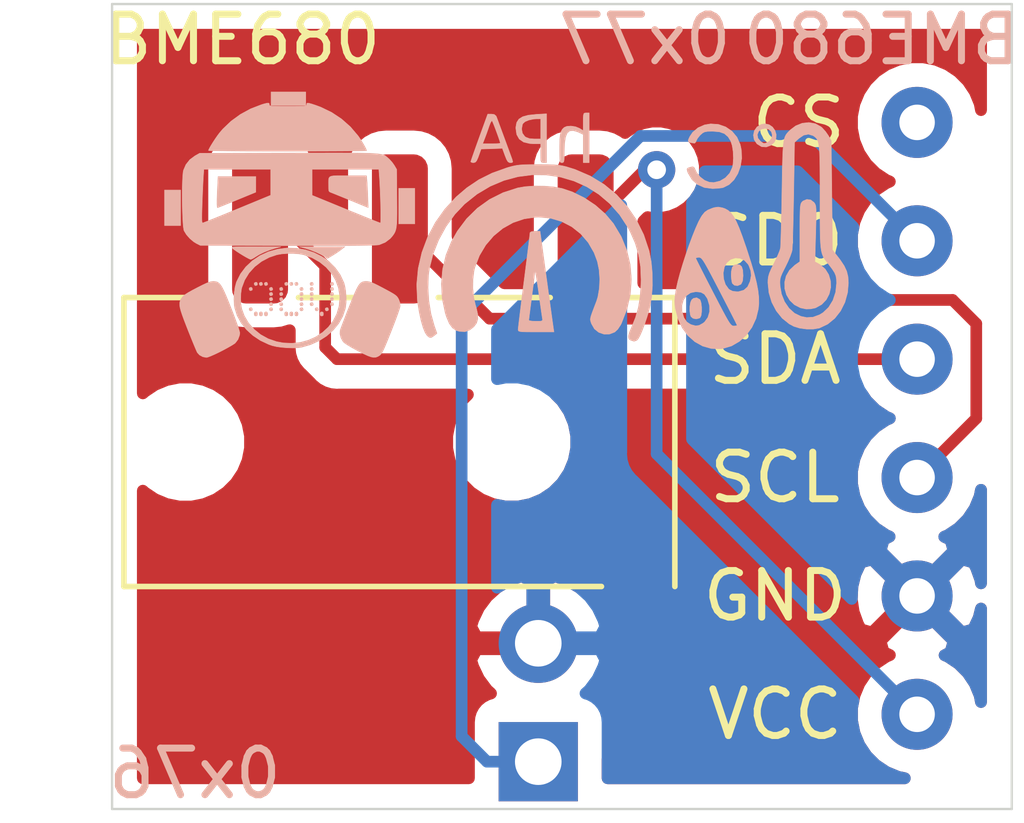
<source format=kicad_pcb>
(kicad_pcb (version 20171130) (host pcbnew "(5.1.5)-3")

  (general
    (thickness 1.6)
    (drawings 8)
    (tracks 23)
    (zones 0)
    (modules 5)
    (nets 7)
  )

  (page A4)
  (layers
    (0 F.Cu signal)
    (31 B.Cu signal)
    (32 B.Adhes user)
    (33 F.Adhes user)
    (34 B.Paste user)
    (35 F.Paste user)
    (36 B.SilkS user)
    (37 F.SilkS user)
    (38 B.Mask user)
    (39 F.Mask user)
    (40 Dwgs.User user)
    (41 Cmts.User user)
    (42 Eco1.User user)
    (43 Eco2.User user)
    (44 Edge.Cuts user)
    (45 Margin user)
    (46 B.CrtYd user)
    (47 F.CrtYd user)
    (48 B.Fab user)
    (49 F.Fab user hide)
  )

  (setup
    (last_trace_width 0.25)
    (trace_clearance 0.2)
    (zone_clearance 0.508)
    (zone_45_only no)
    (trace_min 0.2)
    (via_size 0.8)
    (via_drill 0.4)
    (via_min_size 0.4)
    (via_min_drill 0.3)
    (uvia_size 0.3)
    (uvia_drill 0.1)
    (uvias_allowed no)
    (uvia_min_size 0.2)
    (uvia_min_drill 0.1)
    (edge_width 0.05)
    (segment_width 0.2)
    (pcb_text_width 0.3)
    (pcb_text_size 1.5 1.5)
    (mod_edge_width 0.12)
    (mod_text_size 1 1)
    (mod_text_width 0.15)
    (pad_size 1.524 1.524)
    (pad_drill 0.762)
    (pad_to_mask_clearance 0.051)
    (solder_mask_min_width 0.25)
    (aux_axis_origin 0 0)
    (visible_elements 7FFFFFFF)
    (pcbplotparams
      (layerselection 0x010fc_ffffffff)
      (usegerberextensions false)
      (usegerberattributes false)
      (usegerberadvancedattributes false)
      (creategerberjobfile false)
      (excludeedgelayer true)
      (linewidth 0.100000)
      (plotframeref false)
      (viasonmask false)
      (mode 1)
      (useauxorigin false)
      (hpglpennumber 1)
      (hpglpenspeed 20)
      (hpglpendiameter 15.000000)
      (psnegative false)
      (psa4output false)
      (plotreference true)
      (plotvalue true)
      (plotinvisibletext false)
      (padsonsilk false)
      (subtractmaskfromsilk false)
      (outputformat 1)
      (mirror false)
      (drillshape 0)
      (scaleselection 1)
      (outputdirectory "gerbers/"))
  )

  (net 0 "")
  (net 1 GND)
  (net 2 SDA)
  (net 3 SCL)
  (net 4 +3V3)
  (net 5 SD0)
  (net 6 "Net-(U1-Pad6)")

  (net_class Default "Ceci est la Netclass par défaut."
    (clearance 0.2)
    (trace_width 0.25)
    (via_dia 0.8)
    (via_drill 0.4)
    (uvia_dia 0.3)
    (uvia_drill 0.1)
    (add_net +3V3)
    (add_net GND)
    (add_net "Net-(U1-Pad6)")
    (add_net SCL)
    (add_net SD0)
    (add_net SDA)
  )

  (module usini_sensors:module_bme680 (layer F.Cu) (tedit 5FE086E9) (tstamp 5FDC7845)
    (at 179.07 24.13 180)
    (path /5FDC778B)
    (fp_text reference U1 (at 0.508 -15.24 180) (layer F.SilkS) hide
      (effects (font (size 1 1) (thickness 0.15)))
    )
    (fp_text value module_bme680 (at 5.08 3.302 180) (layer F.Fab)
      (effects (font (size 1 1) (thickness 0.15)))
    )
    (fp_text user CS (at 2.54 0 180) (layer F.SilkS)
      (effects (font (size 1 1) (thickness 0.15)))
    )
    (fp_text user SD0 (at 3.048 -2.54 180) (layer F.SilkS)
      (effects (font (size 1 1) (thickness 0.15)))
    )
    (fp_text user SDA (at 3.048 -5.08 180) (layer F.SilkS)
      (effects (font (size 1 1) (thickness 0.15)))
    )
    (fp_text user SCL (at 3.048 -7.62 180) (layer F.SilkS)
      (effects (font (size 1 1) (thickness 0.15)))
    )
    (fp_text user GND (at 3.048 -10.16 180) (layer F.SilkS)
      (effects (font (size 1 1) (thickness 0.15)))
    )
    (fp_text user VCC (at 3.048 -12.7 180) (layer F.SilkS)
      (effects (font (size 1 1) (thickness 0.15)))
    )
    (pad 6 thru_hole circle (at 0 0 180) (size 1.524 1.524) (drill 0.762) (layers *.Cu *.Mask)
      (net 6 "Net-(U1-Pad6)"))
    (pad 5 thru_hole circle (at 0 -2.54 180) (size 1.524 1.524) (drill 0.762) (layers *.Cu *.Mask)
      (net 5 SD0))
    (pad 4 thru_hole circle (at 0 -5.08 180) (size 1.524 1.524) (drill 0.762) (layers *.Cu *.Mask)
      (net 2 SDA))
    (pad 3 thru_hole circle (at 0 -7.62 180) (size 1.524 1.524) (drill 0.762) (layers *.Cu *.Mask)
      (net 3 SCL))
    (pad 2 thru_hole circle (at 0 -10.16 180) (size 1.524 1.524) (drill 0.762) (layers *.Cu *.Mask)
      (net 1 GND))
    (pad 1 thru_hole circle (at 0 -12.7 180) (size 1.524 1.524) (drill 0.762) (layers *.Cu *.Mask)
      (net 4 +3V3))
    (model ${KIPRJMOD}/usini_sensors.pretty/bme680.STEP
      (offset (xyz 5.5 6 9.5))
      (scale (xyz 1 1 1))
      (rotate (xyz -90 0 -90))
    )
    (model ${KISYS3DMOD}/Connector_PinSocket_2.54mm.3dshapes/PinSocket_1x06_P2.54mm_Vertical.step
      (offset (xyz 0 12.5 0))
      (scale (xyz 1 1 1))
      (rotate (xyz 0 0 0))
    )
  )

  (module Connector_PinHeader_2.54mm:PinHeader_1x02_P2.54mm_Vertical (layer F.Cu) (tedit 5FE0866D) (tstamp 5FDC782B)
    (at 170.942 37.846 180)
    (descr "Through hole straight pin header, 1x02, 2.54mm pitch, single row")
    (tags "Through hole pin header THT 1x02 2.54mm single row")
    (path /5FDC9549)
    (fp_text reference J2 (at 0 -2.33 180) (layer F.SilkS) hide
      (effects (font (size 1 1) (thickness 0.15)))
    )
    (fp_text value "Jumper Address" (at 0 5.588 180) (layer F.Fab)
      (effects (font (size 1 1) (thickness 0.15)))
    )
    (fp_text user %R (at 0 1.27 90) (layer F.Fab)
      (effects (font (size 1 1) (thickness 0.15)))
    )
    (fp_line (start -1.27 -0.635) (end -0.635 -1.27) (layer F.Fab) (width 0.1))
    (fp_line (start -1.27 3.81) (end -1.27 -0.635) (layer F.Fab) (width 0.1))
    (fp_line (start 1.27 3.81) (end -1.27 3.81) (layer F.Fab) (width 0.1))
    (fp_line (start 1.27 -1.27) (end 1.27 3.81) (layer F.Fab) (width 0.1))
    (fp_line (start -0.635 -1.27) (end 1.27 -1.27) (layer F.Fab) (width 0.1))
    (pad 2 thru_hole oval (at 0 2.54 180) (size 1.7 1.7) (drill 1) (layers *.Cu *.Mask)
      (net 1 GND))
    (pad 1 thru_hole rect (at 0 0 180) (size 1.7 1.7) (drill 1) (layers *.Cu *.Mask)
      (net 5 SD0))
    (model ${KISYS3DMOD}/Connector_PinHeader_2.54mm.3dshapes/PinHeader_1x02_P2.54mm_Horizontal.wrl
      (at (xyz 0 0 0))
      (scale (xyz 1 1 1))
      (rotate (xyz 0 0 0))
    )
  )

  (module usini_sensors:logo_gas (layer B.Cu) (tedit 5FDB7EF9) (tstamp 5FDCD76B)
    (at 165.608 26.416 180)
    (fp_text reference G*** (at -0.508 4.064) (layer B.SilkS) hide
      (effects (font (size 1.524 1.524) (thickness 0.3)) (justify mirror))
    )
    (fp_text value LOGO (at 0.508 -4.318) (layer B.SilkS) hide
      (effects (font (size 1.524 1.524) (thickness 0.3)) (justify mirror))
    )
    (fp_poly (pts (xy 1.548341 0.893536) (xy 1.555427 0.738719) (xy 1.559067 0.61882) (xy 1.559257 0.532633)
      (xy 1.555993 0.478952) (xy 1.549269 0.456575) (xy 1.546679 0.455767) (xy 1.52675 0.463004)
      (xy 1.478066 0.482154) (xy 1.405414 0.51129) (xy 1.313582 0.548483) (xy 1.207357 0.591808)
      (xy 1.12983 0.623588) (xy 0.726587 0.789215) (xy 0.726151 0.957036) (xy 0.725715 1.124858)
      (xy 1.536544 1.124858) (xy 1.548341 0.893536)) (layer B.SilkS) (width 0.01))
    (fp_poly (pts (xy -1.016934 1.143028) (xy -0.942648 1.139783) (xy -0.891654 1.131451) (xy -0.85963 1.115845)
      (xy -0.842257 1.090779) (xy -0.835212 1.054066) (xy -0.834174 1.003521) (xy -0.834822 0.936958)
      (xy -0.834819 0.931597) (xy -0.835464 0.863921) (xy -0.839731 0.823541) (xy -0.850633 0.801474)
      (xy -0.871186 0.788733) (xy -0.884464 0.783621) (xy -0.915499 0.771536) (xy -0.974456 0.747901)
      (xy -1.055714 0.714994) (xy -1.15365 0.675097) (xy -1.262639 0.63049) (xy -1.309951 0.611067)
      (xy -1.685546 0.456728) (xy -1.676589 0.704614) (xy -1.672475 0.805653) (xy -1.667703 0.902726)
      (xy -1.662836 0.985438) (xy -1.658435 1.043399) (xy -1.658011 1.04775) (xy -1.648389 1.143)
      (xy -1.252667 1.143) (xy -1.118833 1.143372) (xy -1.016934 1.143028)) (layer B.SilkS) (width 0.01))
    (fp_poly (pts (xy 0.756037 -1.155829) (xy 0.762 -1.179285) (xy 0.749171 -1.209608) (xy 0.725715 -1.215571)
      (xy 0.695392 -1.202742) (xy 0.689429 -1.179285) (xy 0.702258 -1.148963) (xy 0.725715 -1.143)
      (xy 0.756037 -1.155829)) (layer B.SilkS) (width 0.01))
    (fp_poly (pts (xy 0.64718 -1.155829) (xy 0.653143 -1.179285) (xy 0.640314 -1.209608) (xy 0.616857 -1.215571)
      (xy 0.586535 -1.202742) (xy 0.580572 -1.179285) (xy 0.593401 -1.148963) (xy 0.616857 -1.143)
      (xy 0.64718 -1.155829)) (layer B.SilkS) (width 0.01))
    (fp_poly (pts (xy 0.538323 -1.155829) (xy 0.544286 -1.179285) (xy 0.531457 -1.209608) (xy 0.508 -1.215571)
      (xy 0.477678 -1.202742) (xy 0.471715 -1.179285) (xy 0.484544 -1.148963) (xy 0.508 -1.143)
      (xy 0.538323 -1.155829)) (layer B.SilkS) (width 0.01))
    (fp_poly (pts (xy 0.102894 -1.155829) (xy 0.108857 -1.179285) (xy 0.096029 -1.209608) (xy 0.072572 -1.215571)
      (xy 0.042249 -1.202742) (xy 0.036286 -1.179285) (xy 0.049115 -1.148963) (xy 0.072572 -1.143)
      (xy 0.102894 -1.155829)) (layer B.SilkS) (width 0.01))
    (fp_poly (pts (xy -0.005963 -1.155829) (xy 0 -1.179285) (xy -0.012829 -1.209608) (xy -0.036285 -1.215571)
      (xy -0.066608 -1.202742) (xy -0.072571 -1.179285) (xy -0.059742 -1.148963) (xy -0.036285 -1.143)
      (xy -0.005963 -1.155829)) (layer B.SilkS) (width 0.01))
    (fp_poly (pts (xy -0.11482 -1.155829) (xy -0.108857 -1.179285) (xy -0.121686 -1.209608) (xy -0.145143 -1.215571)
      (xy -0.175465 -1.202742) (xy -0.181428 -1.179285) (xy -0.168599 -1.148963) (xy -0.145143 -1.143)
      (xy -0.11482 -1.155829)) (layer B.SilkS) (width 0.01))
    (fp_poly (pts (xy -0.441392 -1.155829) (xy -0.435428 -1.179285) (xy -0.448257 -1.209608) (xy -0.471714 -1.215571)
      (xy -0.502036 -1.202742) (xy -0.508 -1.179285) (xy -0.495171 -1.148963) (xy -0.471714 -1.143)
      (xy -0.441392 -1.155829)) (layer B.SilkS) (width 0.01))
    (fp_poly (pts (xy -0.87682 -1.155829) (xy -0.870857 -1.179285) (xy -0.883686 -1.209608) (xy -0.907142 -1.215571)
      (xy -0.937465 -1.202742) (xy -0.943428 -1.179285) (xy -0.930599 -1.148963) (xy -0.907142 -1.143)
      (xy -0.87682 -1.155829)) (layer B.SilkS) (width 0.01))
    (fp_poly (pts (xy 0.864894 -1.264686) (xy 0.870857 -1.288143) (xy 0.858029 -1.318465) (xy 0.834572 -1.324428)
      (xy 0.804249 -1.311599) (xy 0.798286 -1.288143) (xy 0.811115 -1.25782) (xy 0.834572 -1.251857)
      (xy 0.864894 -1.264686)) (layer B.SilkS) (width 0.01))
    (fp_poly (pts (xy 0.429466 -1.264686) (xy 0.435429 -1.288143) (xy 0.4226 -1.318465) (xy 0.399143 -1.324428)
      (xy 0.368821 -1.311599) (xy 0.362857 -1.288143) (xy 0.375686 -1.25782) (xy 0.399143 -1.251857)
      (xy 0.429466 -1.264686)) (layer B.SilkS) (width 0.01))
    (fp_poly (pts (xy 0.211751 -1.264686) (xy 0.217715 -1.288143) (xy 0.204886 -1.318465) (xy 0.181429 -1.324428)
      (xy 0.151107 -1.311599) (xy 0.145143 -1.288143) (xy 0.157972 -1.25782) (xy 0.181429 -1.251857)
      (xy 0.211751 -1.264686)) (layer B.SilkS) (width 0.01))
    (fp_poly (pts (xy -0.223677 -1.264686) (xy -0.217714 -1.288143) (xy -0.230543 -1.318465) (xy -0.254 -1.324428)
      (xy -0.284322 -1.311599) (xy -0.290285 -1.288143) (xy -0.277456 -1.25782) (xy -0.254 -1.251857)
      (xy -0.223677 -1.264686)) (layer B.SilkS) (width 0.01))
    (fp_poly (pts (xy -0.441392 -1.264686) (xy -0.435428 -1.288143) (xy -0.448257 -1.318465) (xy -0.471714 -1.324428)
      (xy -0.502036 -1.311599) (xy -0.508 -1.288143) (xy -0.495171 -1.25782) (xy -0.471714 -1.251857)
      (xy -0.441392 -1.264686)) (layer B.SilkS) (width 0.01))
    (fp_poly (pts (xy -0.87682 -1.264686) (xy -0.870857 -1.288143) (xy -0.883686 -1.318465) (xy -0.907142 -1.324428)
      (xy -0.937465 -1.311599) (xy -0.943428 -1.288143) (xy -0.930599 -1.25782) (xy -0.907142 -1.251857)
      (xy -0.87682 -1.264686)) (layer B.SilkS) (width 0.01))
    (fp_poly (pts (xy 0.429466 -1.373543) (xy 0.435429 -1.397) (xy 0.4226 -1.427322) (xy 0.399143 -1.433285)
      (xy 0.368821 -1.420456) (xy 0.362857 -1.397) (xy 0.375686 -1.366677) (xy 0.399143 -1.360714)
      (xy 0.429466 -1.373543)) (layer B.SilkS) (width 0.01))
    (fp_poly (pts (xy 0.211751 -1.373543) (xy 0.217715 -1.397) (xy 0.204886 -1.427322) (xy 0.181429 -1.433285)
      (xy 0.151107 -1.420456) (xy 0.145143 -1.397) (xy 0.157972 -1.366677) (xy 0.181429 -1.360714)
      (xy 0.211751 -1.373543)) (layer B.SilkS) (width 0.01))
    (fp_poly (pts (xy -0.223677 -1.373543) (xy -0.217714 -1.397) (xy -0.230543 -1.427322) (xy -0.254 -1.433285)
      (xy -0.284322 -1.420456) (xy -0.290285 -1.397) (xy -0.277456 -1.366677) (xy -0.254 -1.360714)
      (xy -0.223677 -1.373543)) (layer B.SilkS) (width 0.01))
    (fp_poly (pts (xy -0.441392 -1.373543) (xy -0.435428 -1.397) (xy -0.448257 -1.427322) (xy -0.471714 -1.433285)
      (xy -0.502036 -1.420456) (xy -0.508 -1.397) (xy -0.495171 -1.366677) (xy -0.471714 -1.360714)
      (xy -0.441392 -1.373543)) (layer B.SilkS) (width 0.01))
    (fp_poly (pts (xy -0.87682 -1.373543) (xy -0.870857 -1.397) (xy -0.883686 -1.427322) (xy -0.907142 -1.433285)
      (xy -0.937465 -1.420456) (xy -0.943428 -1.397) (xy -0.930599 -1.366677) (xy -0.907142 -1.360714)
      (xy -0.87682 -1.373543)) (layer B.SilkS) (width 0.01))
    (fp_poly (pts (xy 0.429466 -1.4824) (xy 0.435429 -1.505857) (xy 0.4226 -1.536179) (xy 0.399143 -1.542143)
      (xy 0.368821 -1.529314) (xy 0.362857 -1.505857) (xy 0.375686 -1.475534) (xy 0.399143 -1.469571)
      (xy 0.429466 -1.4824)) (layer B.SilkS) (width 0.01))
    (fp_poly (pts (xy 0.211751 -1.4824) (xy 0.217715 -1.505857) (xy 0.204886 -1.536179) (xy 0.181429 -1.542143)
      (xy 0.151107 -1.529314) (xy 0.145143 -1.505857) (xy 0.157972 -1.475534) (xy 0.181429 -1.469571)
      (xy 0.211751 -1.4824)) (layer B.SilkS) (width 0.01))
    (fp_poly (pts (xy -0.223677 -1.4824) (xy -0.217714 -1.505857) (xy -0.230543 -1.536179) (xy -0.254 -1.542143)
      (xy -0.284322 -1.529314) (xy -0.290285 -1.505857) (xy -0.277456 -1.475534) (xy -0.254 -1.469571)
      (xy -0.223677 -1.4824)) (layer B.SilkS) (width 0.01))
    (fp_poly (pts (xy -0.441392 -1.4824) (xy -0.435428 -1.505857) (xy -0.448257 -1.536179) (xy -0.471714 -1.542143)
      (xy -0.502036 -1.529314) (xy -0.508 -1.505857) (xy -0.495171 -1.475534) (xy -0.471714 -1.469571)
      (xy -0.441392 -1.4824)) (layer B.SilkS) (width 0.01))
    (fp_poly (pts (xy -0.87682 -1.4824) (xy -0.870857 -1.505857) (xy -0.883686 -1.536179) (xy -0.907142 -1.542143)
      (xy -0.937465 -1.529314) (xy -0.943428 -1.505857) (xy -0.930599 -1.475534) (xy -0.907142 -1.469571)
      (xy -0.87682 -1.4824)) (layer B.SilkS) (width 0.01))
    (fp_poly (pts (xy 0.429466 -1.591257) (xy 0.435429 -1.614714) (xy 0.4226 -1.645036) (xy 0.399143 -1.651)
      (xy 0.368821 -1.638171) (xy 0.362857 -1.614714) (xy 0.375686 -1.584392) (xy 0.399143 -1.578428)
      (xy 0.429466 -1.591257)) (layer B.SilkS) (width 0.01))
    (fp_poly (pts (xy 0.211751 -1.591257) (xy 0.217715 -1.614714) (xy 0.204886 -1.645036) (xy 0.181429 -1.651)
      (xy 0.151107 -1.638171) (xy 0.145143 -1.614714) (xy 0.157972 -1.584392) (xy 0.181429 -1.578428)
      (xy 0.211751 -1.591257)) (layer B.SilkS) (width 0.01))
    (fp_poly (pts (xy -0.223677 -1.591257) (xy -0.217714 -1.614714) (xy -0.230543 -1.645036) (xy -0.254 -1.651)
      (xy -0.284322 -1.638171) (xy -0.290285 -1.614714) (xy -0.277456 -1.584392) (xy -0.254 -1.578428)
      (xy -0.223677 -1.591257)) (layer B.SilkS) (width 0.01))
    (fp_poly (pts (xy -0.441392 -1.591257) (xy -0.435428 -1.614714) (xy -0.448257 -1.645036) (xy -0.471714 -1.651)
      (xy -0.502036 -1.638171) (xy -0.508 -1.614714) (xy -0.495171 -1.584392) (xy -0.471714 -1.578428)
      (xy -0.441392 -1.591257)) (layer B.SilkS) (width 0.01))
    (fp_poly (pts (xy -0.87682 -1.591257) (xy -0.870857 -1.614714) (xy -0.883686 -1.645036) (xy -0.907142 -1.651)
      (xy -0.937465 -1.638171) (xy -0.943428 -1.614714) (xy -0.930599 -1.584392) (xy -0.907142 -1.578428)
      (xy -0.87682 -1.591257)) (layer B.SilkS) (width 0.01))
    (fp_poly (pts (xy 0.864894 -1.700114) (xy 0.870857 -1.723571) (xy 0.858029 -1.753893) (xy 0.834572 -1.759857)
      (xy 0.804249 -1.747028) (xy 0.798286 -1.723571) (xy 0.811115 -1.693249) (xy 0.834572 -1.687285)
      (xy 0.864894 -1.700114)) (layer B.SilkS) (width 0.01))
    (fp_poly (pts (xy 0.429466 -1.700114) (xy 0.435429 -1.723571) (xy 0.4226 -1.753893) (xy 0.399143 -1.759857)
      (xy 0.368821 -1.747028) (xy 0.362857 -1.723571) (xy 0.375686 -1.693249) (xy 0.399143 -1.687285)
      (xy 0.429466 -1.700114)) (layer B.SilkS) (width 0.01))
    (fp_poly (pts (xy 0.211751 -1.700114) (xy 0.217715 -1.723571) (xy 0.204886 -1.753893) (xy 0.181429 -1.759857)
      (xy 0.151107 -1.747028) (xy 0.145143 -1.723571) (xy 0.157972 -1.693249) (xy 0.181429 -1.687285)
      (xy 0.211751 -1.700114)) (layer B.SilkS) (width 0.01))
    (fp_poly (pts (xy -0.223677 -1.700114) (xy -0.217714 -1.723571) (xy -0.230543 -1.753893) (xy -0.254 -1.759857)
      (xy -0.284322 -1.747028) (xy -0.290285 -1.723571) (xy -0.277456 -1.693249) (xy -0.254 -1.687285)
      (xy -0.223677 -1.700114)) (layer B.SilkS) (width 0.01))
    (fp_poly (pts (xy -0.550249 -1.700114) (xy -0.544285 -1.723571) (xy -0.557114 -1.753893) (xy -0.580571 -1.759857)
      (xy -0.610893 -1.747028) (xy -0.616857 -1.723571) (xy -0.604028 -1.693249) (xy -0.580571 -1.687285)
      (xy -0.550249 -1.700114)) (layer B.SilkS) (width 0.01))
    (fp_poly (pts (xy -0.767963 -1.700114) (xy -0.762 -1.723571) (xy -0.774829 -1.753893) (xy -0.798285 -1.759857)
      (xy -0.828608 -1.747028) (xy -0.834571 -1.723571) (xy -0.821742 -1.693249) (xy -0.798285 -1.687285)
      (xy -0.767963 -1.700114)) (layer B.SilkS) (width 0.01))
    (fp_poly (pts (xy 0.754169 -1.78863) (xy 0.762 -1.823357) (xy 0.753496 -1.858924) (xy 0.725715 -1.868714)
      (xy 0.697261 -1.858083) (xy 0.689429 -1.823357) (xy 0.697933 -1.787789) (xy 0.725715 -1.778)
      (xy 0.754169 -1.78863)) (layer B.SilkS) (width 0.01))
    (fp_poly (pts (xy 0.645311 -1.78863) (xy 0.653143 -1.823357) (xy 0.644639 -1.858924) (xy 0.616857 -1.868714)
      (xy 0.588404 -1.858083) (xy 0.580572 -1.823357) (xy 0.589076 -1.787789) (xy 0.616857 -1.778)
      (xy 0.645311 -1.78863)) (layer B.SilkS) (width 0.01))
    (fp_poly (pts (xy 0.536454 -1.78863) (xy 0.544286 -1.823357) (xy 0.535782 -1.858924) (xy 0.508 -1.868714)
      (xy 0.479546 -1.858083) (xy 0.471715 -1.823357) (xy 0.480219 -1.787789) (xy 0.508 -1.778)
      (xy 0.536454 -1.78863)) (layer B.SilkS) (width 0.01))
    (fp_poly (pts (xy 0.101026 -1.78863) (xy 0.108857 -1.823357) (xy 0.100353 -1.858924) (xy 0.072572 -1.868714)
      (xy 0.044118 -1.858083) (xy 0.036286 -1.823357) (xy 0.04479 -1.787789) (xy 0.072572 -1.778)
      (xy 0.101026 -1.78863)) (layer B.SilkS) (width 0.01))
    (fp_poly (pts (xy -0.007831 -1.78863) (xy 0 -1.823357) (xy -0.008504 -1.858924) (xy -0.036285 -1.868714)
      (xy -0.064739 -1.858083) (xy -0.072571 -1.823357) (xy -0.064067 -1.787789) (xy -0.036285 -1.778)
      (xy -0.007831 -1.78863)) (layer B.SilkS) (width 0.01))
    (fp_poly (pts (xy -0.116689 -1.78863) (xy -0.108857 -1.823357) (xy -0.117361 -1.858924) (xy -0.145143 -1.868714)
      (xy -0.173596 -1.858083) (xy -0.181428 -1.823357) (xy -0.172924 -1.787789) (xy -0.145143 -1.778)
      (xy -0.116689 -1.78863)) (layer B.SilkS) (width 0.01))
    (fp_poly (pts (xy -0.660974 -1.78863) (xy -0.653142 -1.823357) (xy -0.661647 -1.858924) (xy -0.689428 -1.868714)
      (xy -0.717882 -1.858083) (xy -0.725714 -1.823357) (xy -0.71721 -1.787789) (xy -0.689428 -1.778)
      (xy -0.660974 -1.78863)) (layer B.SilkS) (width 0.01))
    (fp_poly (pts (xy 0.399143 2.648858) (xy -0.344714 2.648858) (xy -0.344714 2.939143) (xy 0.399143 2.939143)
      (xy 0.399143 2.648858)) (layer B.SilkS) (width 0.01))
    (fp_poly (pts (xy -0.368853 2.693521) (xy -0.363157 2.675924) (xy -0.362857 2.667) (xy -0.361528 2.655176)
      (xy -0.35457 2.646245) (xy -0.337521 2.639802) (xy -0.305924 2.635442) (xy -0.255317 2.632758)
      (xy -0.181242 2.631346) (xy -0.079239 2.6308) (xy 0.036286 2.630715) (xy 0.166352 2.630835)
      (xy 0.264591 2.631468) (xy 0.335464 2.633018) (xy 0.383431 2.63589) (xy 0.41295 2.640491)
      (xy 0.428482 2.647225) (xy 0.434486 2.656498) (xy 0.435429 2.667) (xy 0.439338 2.689772)
      (xy 0.455083 2.700226) (xy 0.488688 2.698358) (xy 0.546178 2.684165) (xy 0.603855 2.666895)
      (xy 0.836539 2.57743) (xy 1.055816 2.458207) (xy 1.256353 2.312818) (xy 1.432816 2.144855)
      (xy 1.505176 2.060071) (xy 1.549037 2.001647) (xy 1.597067 1.932406) (xy 1.644676 1.859667)
      (xy 1.687273 1.790747) (xy 1.720268 1.732963) (xy 1.73907 1.693633) (xy 1.741715 1.683038)
      (xy 1.72399 1.681034) (xy 1.672493 1.679116) (xy 1.589733 1.677306) (xy 1.478224 1.675623)
      (xy 1.340477 1.674089) (xy 1.179004 1.672724) (xy 0.996318 1.671548) (xy 0.79493 1.670582)
      (xy 0.577352 1.669847) (xy 0.346096 1.669363) (xy 0.103675 1.669151) (xy 0.045357 1.669143)
      (xy -0.199323 1.669244) (xy -0.433429 1.669538) (xy -0.654447 1.67001) (xy -0.859865 1.670646)
      (xy -1.047173 1.671432) (xy -1.213856 1.672352) (xy -1.357404 1.673394) (xy -1.475305 1.674543)
      (xy -1.565047 1.675784) (xy -1.624117 1.677103) (xy -1.650003 1.678485) (xy -1.651 1.678818)
      (xy -1.641546 1.708124) (xy -1.616306 1.759258) (xy -1.579961 1.824085) (xy -1.537193 1.894471)
      (xy -1.492684 1.962281) (xy -1.467103 1.998329) (xy -1.302585 2.191317) (xy -1.112661 2.359406)
      (xy -0.90004 2.500639) (xy -0.667431 2.613058) (xy -0.563561 2.651504) (xy -0.477858 2.679737)
      (xy -0.420585 2.695862) (xy -0.386123 2.700312) (xy -0.368853 2.693521)) (layer B.SilkS) (width 0.01))
    (fp_poly (pts (xy -2.340428 0.108858) (xy -2.685143 0.108858) (xy -2.685143 0.870857) (xy -2.340428 0.870857)
      (xy -2.340428 0.108858)) (layer B.SilkS) (width 0.01))
    (fp_poly (pts (xy 2.685143 0.072572) (xy 2.340429 0.072572) (xy 2.340429 0.834572) (xy 2.685143 0.834572)
      (xy 2.685143 0.072572)) (layer B.SilkS) (width 0.01))
    (fp_poly (pts (xy -0.815706 1.630682) (xy -0.570454 1.630223) (xy -0.293263 1.629525) (xy 0.017978 1.628701)
      (xy 0.037526 1.628651) (xy 1.932215 1.623786) (xy 2.032 1.567502) (xy 2.142158 1.485622)
      (xy 2.225469 1.380768) (xy 2.277942 1.26013) (xy 2.287077 1.208963) (xy 2.29425 1.128943)
      (xy 2.299517 1.025696) (xy 2.302937 0.904848) (xy 2.304565 0.772027) (xy 2.304461 0.632858)
      (xy 2.30268 0.492967) (xy 2.299281 0.357982) (xy 2.29432 0.233528) (xy 2.287855 0.125232)
      (xy 2.279944 0.03872) (xy 2.270642 -0.020381) (xy 2.264705 -0.039725) (xy 2.214271 -0.121932)
      (xy 2.141726 -0.204357) (xy 2.059032 -0.274749) (xy 1.999423 -0.311355) (xy 1.914072 -0.353785)
      (xy 0.036286 -0.357305) (xy -0.284059 -0.357808) (xy -0.569845 -0.358035) (xy -0.8228 -0.357971)
      (xy -1.044649 -0.357599) (xy -1.23712 -0.356902) (xy -1.40194 -0.355864) (xy -1.540833 -0.354468)
      (xy -1.655528 -0.352696) (xy -1.74775 -0.350533) (xy -1.819227 -0.347962) (xy -1.871685 -0.344966)
      (xy -1.90685 -0.341528) (xy -1.924039 -0.338356) (xy -2.051473 -0.286266) (xy -2.157212 -0.205989)
      (xy -2.195376 -0.16317) (xy -2.223846 -0.125844) (xy -2.246958 -0.090215) (xy -2.265229 -0.052176)
      (xy -2.279175 -0.007619) (xy -2.289312 0.047564) (xy -2.296157 0.117481) (xy -2.300226 0.20624)
      (xy -2.301722 0.298655) (xy -1.95466 0.298655) (xy -1.9543 0.216383) (xy -1.952474 0.1582)
      (xy -1.949069 0.129264) (xy -1.947452 0.127) (xy -1.927604 0.133681) (xy -1.877732 0.15278)
      (xy -1.801361 0.182887) (xy -1.702012 0.222589) (xy -1.583208 0.270474) (xy -1.448473 0.325129)
      (xy -1.30133 0.385144) (xy -1.205664 0.424323) (xy -0.480785 0.721645) (xy -0.480785 1.279072)
      (xy 0.408215 1.279072) (xy 0.408215 0.722492) (xy 1.124857 0.426543) (xy 1.277309 0.36378)
      (xy 1.419847 0.305473) (xy 1.54888 0.253064) (xy 1.660816 0.207994) (xy 1.752064 0.171705)
      (xy 1.819034 0.145638) (xy 1.858134 0.131235) (xy 1.866571 0.128797) (xy 1.874692 0.133216)
      (xy 1.880387 0.150532) (xy 1.883772 0.184823) (xy 1.884962 0.240164) (xy 1.884075 0.320633)
      (xy 1.881225 0.430305) (xy 1.877988 0.530679) (xy 1.873314 0.661073) (xy 1.868179 0.791143)
      (xy 1.862954 0.912364) (xy 1.858011 1.016206) (xy 1.85372 1.094144) (xy 1.852917 1.106715)
      (xy 1.8415 1.279072) (xy 0.408215 1.279072) (xy -0.480785 1.279072) (xy -1.914071 1.279072)
      (xy -1.925677 1.115786) (xy -1.932397 1.009314) (xy -1.938447 0.890825) (xy -1.943713 0.765477)
      (xy -1.948081 0.638428) (xy -1.951437 0.514836) (xy -1.953668 0.399859) (xy -1.95466 0.298655)
      (xy -2.301722 0.298655) (xy -2.302035 0.317949) (xy -2.3021 0.456717) (xy -2.300938 0.626651)
      (xy -2.300525 0.673512) (xy -2.295071 1.279072) (xy -2.245306 1.363727) (xy -2.200039 1.427691)
      (xy -2.143292 1.491279) (xy -2.118793 1.514076) (xy -2.097443 1.532686) (xy -2.077933 1.549264)
      (xy -2.05815 1.56392) (xy -2.035986 1.576768) (xy -2.009327 1.587919) (xy -1.976063 1.597485)
      (xy -1.934083 1.605579) (xy -1.881276 1.612313) (xy -1.815531 1.617799) (xy -1.734736 1.62215)
      (xy -1.636781 1.625476) (xy -1.519554 1.627892) (xy -1.380944 1.629508) (xy -1.21884 1.630437)
      (xy -1.031131 1.630791) (xy -0.815706 1.630682)) (layer B.SilkS) (width 0.01))
    (fp_poly (pts (xy -0.696517 -0.381999) (xy -0.208643 -0.382998) (xy -0.336976 -0.416652) (xy -0.4466 -0.451139)
      (xy -0.56277 -0.497201) (xy -0.67118 -0.548653) (xy -0.754018 -0.596936) (xy -0.809536 -0.634199)
      (xy -0.918257 -0.569882) (xy -0.989118 -0.525482) (xy -1.060747 -0.476683) (xy -1.105685 -0.443283)
      (xy -1.184392 -0.381) (xy -0.696517 -0.381999)) (layer B.SilkS) (width 0.01))
    (fp_poly (pts (xy 0.998525 -0.381876) (xy 1.089744 -0.382571) (xy 1.155466 -0.384096) (xy 1.199287 -0.386699)
      (xy 1.224803 -0.390626) (xy 1.23561 -0.396122) (xy 1.235305 -0.403433) (xy 1.227484 -0.412805)
      (xy 1.224139 -0.416125) (xy 1.188994 -0.444858) (xy 1.134346 -0.483147) (xy 1.068012 -0.526232)
      (xy 0.997807 -0.569353) (xy 0.931549 -0.607751) (xy 0.877053 -0.636668) (xy 0.842135 -0.651343)
      (xy 0.836339 -0.652253) (xy 0.804311 -0.641507) (xy 0.759292 -0.615708) (xy 0.743857 -0.604983)
      (xy 0.65762 -0.551664) (xy 0.548387 -0.498426) (xy 0.429011 -0.450964) (xy 0.318833 -0.416652)
      (xy 0.1905 -0.382998) (xy 0.725211 -0.381999) (xy 0.878212 -0.381768) (xy 0.998525 -0.381876)) (layer B.SilkS) (width 0.01))
    (fp_poly (pts (xy 0.252876 -0.432724) (xy 0.451396 -0.487988) (xy 0.453334 -0.488693) (xy 0.636062 -0.572477)
      (xy 0.799509 -0.681955) (xy 0.939978 -0.813585) (xy 1.053773 -0.963826) (xy 1.137196 -1.129136)
      (xy 1.145806 -1.152071) (xy 1.172226 -1.253068) (xy 1.189027 -1.374964) (xy 1.195305 -1.503437)
      (xy 1.190156 -1.62416) (xy 1.179964 -1.693093) (xy 1.127595 -1.858367) (xy 1.042843 -2.014393)
      (xy 0.929146 -2.157721) (xy 0.78994 -2.284903) (xy 0.628662 -2.392493) (xy 0.448748 -2.477041)
      (xy 0.371929 -2.503764) (xy 0.283959 -2.52435) (xy 0.173465 -2.539903) (xy 0.052212 -2.549751)
      (xy -0.068032 -2.553217) (xy -0.175499 -2.549626) (xy -0.252636 -2.539582) (xy -0.44955 -2.482888)
      (xy -0.631248 -2.400519) (xy -0.794399 -2.295458) (xy -0.935669 -2.170688) (xy -1.051727 -2.029194)
      (xy -1.139241 -1.873958) (xy -1.194879 -1.707963) (xy -1.198106 -1.693093) (xy -1.211353 -1.585448)
      (xy -1.212361 -1.48212) (xy -1.074876 -1.48212) (xy -1.058847 -1.657295) (xy -1.010966 -1.820758)
      (xy -0.934394 -1.970327) (xy -0.832288 -2.10382) (xy -0.707811 -2.219054) (xy -0.564121 -2.313848)
      (xy -0.404378 -2.38602) (xy -0.231743 -2.433387) (xy -0.049374 -2.453768) (xy 0.139567 -2.444981)
      (xy 0.281215 -2.418552) (xy 0.460279 -2.357158) (xy 0.622623 -2.267577) (xy 0.76463 -2.153222)
      (xy 0.88268 -2.017506) (xy 0.973156 -1.86384) (xy 1.027624 -1.7145) (xy 1.044407 -1.617665)
      (xy 1.050851 -1.502449) (xy 1.046955 -1.385219) (xy 1.032722 -1.282342) (xy 1.027587 -1.260928)
      (xy 0.964813 -1.094747) (xy 0.87106 -0.943239) (xy 0.749788 -0.809657) (xy 0.604459 -0.697256)
      (xy 0.438536 -0.609286) (xy 0.275145 -0.553868) (xy 0.170333 -0.535443) (xy 0.045533 -0.526452)
      (xy -0.085135 -0.5269) (xy -0.207553 -0.536792) (xy -0.29873 -0.553699) (xy -0.479393 -0.617596)
      (xy -0.641264 -0.707682) (xy -0.781621 -0.820702) (xy -0.897742 -0.9534) (xy -0.986906 -1.102522)
      (xy -1.046393 -1.264813) (xy -1.07348 -1.437016) (xy -1.074876 -1.48212) (xy -1.212361 -1.48212)
      (xy -1.212572 -1.460531) (xy -1.202666 -1.332667) (xy -1.18254 -1.216179) (xy -1.163948 -1.152071)
      (xy -1.084226 -0.982378) (xy -0.976363 -0.831551) (xy -0.844092 -0.701123) (xy -0.691151 -0.592625)
      (xy -0.521274 -0.50759) (xy -0.338197 -0.44755) (xy -0.145656 -0.414038) (xy 0.052613 -0.408585)
      (xy 0.252876 -0.432724)) (layer B.SilkS) (width 0.01))
    (fp_poly (pts (xy 1.678798 -1.128467) (xy 1.725621 -1.140864) (xy 1.78579 -1.1644) (xy 1.865312 -1.201425)
      (xy 1.970192 -1.25429) (xy 1.970688 -1.254545) (xy 2.08344 -1.313558) (xy 2.168318 -1.360746)
      (xy 2.230318 -1.39965) (xy 2.274435 -1.433809) (xy 2.305668 -1.466766) (xy 2.329013 -1.502061)
      (xy 2.334593 -1.512415) (xy 2.350491 -1.548904) (xy 2.359256 -1.587606) (xy 2.359911 -1.632763)
      (xy 2.35148 -1.688615) (xy 2.332983 -1.759402) (xy 2.303445 -1.849366) (xy 2.261887 -1.962748)
      (xy 2.207332 -2.103787) (xy 2.185568 -2.159) (xy 2.137028 -2.280867) (xy 2.091388 -2.393809)
      (xy 2.050759 -2.492733) (xy 2.017248 -2.572547) (xy 1.992967 -2.628159) (xy 1.98087 -2.653099)
      (xy 1.932432 -2.705129) (xy 1.863267 -2.742393) (xy 1.788273 -2.757015) (xy 1.78433 -2.757006)
      (xy 1.750777 -2.748692) (xy 1.692069 -2.726218) (xy 1.61506 -2.692517) (xy 1.526602 -2.650521)
      (xy 1.474374 -2.624348) (xy 1.382125 -2.575995) (xy 1.298022 -2.529656) (xy 1.228972 -2.489304)
      (xy 1.181881 -2.458913) (xy 1.168143 -2.448163) (xy 1.109878 -2.372705) (xy 1.076122 -2.282339)
      (xy 1.070429 -2.229061) (xy 1.076963 -2.197163) (xy 1.095387 -2.136674) (xy 1.123939 -2.052622)
      (xy 1.160852 -1.950035) (xy 1.204364 -1.833938) (xy 1.252709 -1.709361) (xy 1.253692 -1.706871)
      (xy 1.316228 -1.550102) (xy 1.368467 -1.424089) (xy 1.412605 -1.32552) (xy 1.450837 -1.251082)
      (xy 1.485356 -1.197463) (xy 1.518357 -1.161351) (xy 1.552036 -1.139433) (xy 1.588586 -1.128398)
      (xy 1.630202 -1.124933) (xy 1.639314 -1.124857) (xy 1.678798 -1.128467)) (layer B.SilkS) (width 0.01))
    (fp_poly (pts (xy -1.603727 -1.126772) (xy -1.566885 -1.134367) (xy -1.533925 -1.151269) (xy -1.502547 -1.180884)
      (xy -1.470452 -1.226618) (xy -1.435339 -1.291877) (xy -1.394909 -1.380068) (xy -1.346862 -1.494596)
      (xy -1.288899 -1.638867) (xy -1.27329 -1.678214) (xy -1.224873 -1.80116) (xy -1.180483 -1.915265)
      (xy -1.142029 -2.015514) (xy -1.111418 -2.096891) (xy -1.090559 -2.15438) (xy -1.0815 -2.182358)
      (xy -1.079393 -2.255004) (xy -1.100341 -2.33558) (xy -1.139619 -2.408672) (xy -1.157497 -2.430355)
      (xy -1.190223 -2.456499) (xy -1.248648 -2.494657) (xy -1.325966 -2.540712) (xy -1.415373 -2.590548)
      (xy -1.471207 -2.620145) (xy -1.587436 -2.679053) (xy -1.67802 -2.720517) (xy -1.748461 -2.745705)
      (xy -1.804263 -2.755787) (xy -1.850927 -2.751933) (xy -1.893956 -2.735312) (xy -1.924995 -2.716618)
      (xy -1.944386 -2.701694) (xy -1.962936 -2.681534) (xy -1.982596 -2.652134) (xy -2.005317 -2.609492)
      (xy -2.033048 -2.549603) (xy -2.067742 -2.468465) (xy -2.111348 -2.362075) (xy -2.165817 -2.226429)
      (xy -2.174738 -2.204082) (xy -2.224482 -2.07756) (xy -2.269881 -1.958571) (xy -2.309074 -1.852273)
      (xy -2.340201 -1.763825) (xy -2.361402 -1.698383) (xy -2.370816 -1.661108) (xy -2.370945 -1.660071)
      (xy -2.368086 -1.587998) (xy -2.34016 -1.511967) (xy -2.337064 -1.505857) (xy -2.31977 -1.475126)
      (xy -2.299585 -1.448797) (xy -2.271334 -1.42317) (xy -2.229845 -1.394548) (xy -2.169943 -1.359229)
      (xy -2.086455 -1.313515) (xy -2.013857 -1.274756) (xy -1.907042 -1.218727) (xy -1.825903 -1.178306)
      (xy -1.764604 -1.151113) (xy -1.717307 -1.134768) (xy -1.678175 -1.126892) (xy -1.64675 -1.125077)
      (xy -1.603727 -1.126772)) (layer B.SilkS) (width 0.01))
  )

  (module usini_sensors:jack_3.5mm_TRRS (layer F.Cu) (tedit 5FDB7F81) (tstamp 5FDA3052)
    (at 168.148 30.988)
    (descr "Headphones with microphone connector, 3.5mm, 4 pins (http://www.qingpu-electronics.com/en/products/WQP-PJ320D-72.html)")
    (tags "3.5mm jack mic microphone phones headphones 4pins audio plug")
    (path /5FDC3E76)
    (attr smd)
    (fp_text reference J1 (at -0.508 0.508 90) (layer F.SilkS) hide
      (effects (font (size 1 1) (thickness 0.15)))
    )
    (fp_text value AudioJack4 (at -0.025 6.35) (layer F.Fab)
      (effects (font (size 1 1) (thickness 0.15)))
    )
    (fp_circle (center 3.9 -2.35) (end 3.95 -2.1) (layer F.Fab) (width 0.12))
    (fp_line (start -6.096 -3.1) (end -6.096 3.1) (layer F.SilkS) (width 0.12))
    (fp_line (start -8.73 -5) (end 6.07 -5) (layer F.CrtYd) (width 0.05))
    (fp_line (start -8.73 5) (end 6.07 5) (layer F.CrtYd) (width 0.05))
    (fp_line (start 5.725 3.1) (end 5.725 -3.1) (layer F.SilkS) (width 0.12))
    (fp_line (start -8.73 5) (end -8.73 -5) (layer F.CrtYd) (width 0.05))
    (fp_line (start 6.07 5) (end 6.07 -5) (layer F.CrtYd) (width 0.05))
    (fp_line (start -6.096 -3.1) (end -4 -3.1) (layer F.SilkS) (width 0.12))
    (fp_line (start -2.35 -3.1) (end -1 -3.1) (layer F.SilkS) (width 0.12))
    (fp_line (start 0.65 -3.1) (end 3.05 -3.1) (layer F.SilkS) (width 0.12))
    (fp_line (start 4.6 -3.1) (end 5.725 -3.1) (layer F.SilkS) (width 0.12))
    (fp_line (start 4.15 3.1) (end -6.096 3.1) (layer F.SilkS) (width 0.12))
    (fp_line (start 5.575 -2.9) (end 5.575 2.9) (layer F.Fab) (width 0.1))
    (fp_line (start -6.096 -2.9) (end 5.575 -2.9) (layer F.Fab) (width 0.1))
    (fp_line (start -6.096 -2.3) (end -6.096 -2.9) (layer F.Fab) (width 0.1))
    (fp_line (start -8.225 -2.3) (end -6.096 -2.3) (layer F.Fab) (width 0.1))
    (fp_line (start -8.225 2.3) (end -8.225 -2.3) (layer F.Fab) (width 0.1))
    (fp_line (start -6.096 2.3) (end -8.225 2.3) (layer F.Fab) (width 0.1))
    (fp_line (start -6.096 2.9) (end -6.096 2.286) (layer F.Fab) (width 0.1))
    (fp_line (start 5.575 2.9) (end -6.096 2.9) (layer F.Fab) (width 0.1))
    (fp_text user %R (at -1.195 0) (layer F.Fab)
      (effects (font (size 1 1) (thickness 0.15)))
    )
    (pad "" np_thru_hole circle (at 2.225 0) (size 1.5 1.5) (drill 1.5) (layers *.Cu *.Mask))
    (pad "" np_thru_hole circle (at -4.775 0) (size 1.5 1.5) (drill 1.5) (layers *.Cu *.Mask))
    (pad R2 smd roundrect (at -3.175 -4.572) (size 1.2 3.2) (layers F.Cu F.Paste F.Mask) (roundrect_rratio 0.25)
      (net 2 SDA))
    (pad R1 smd roundrect (at -0.175 -4.572) (size 1.2 3.2) (layers F.Cu F.Paste F.Mask) (roundrect_rratio 0.25)
      (net 3 SCL))
    (pad T smd roundrect (at 3.81 -4.572) (size 1.2 3.2) (layers F.Cu F.Paste F.Mask) (roundrect_rratio 0.25)
      (net 4 +3V3))
    (pad S smd roundrect (at 4.925 4.572) (size 1.2 3.2) (layers F.Cu F.Paste F.Mask) (roundrect_rratio 0.25)
      (net 1 GND))
    (model ${KIPRJMOD}/usini_sensors.pretty/audio_3.5mm_trrs.step
      (offset (xyz 5.5 -3 0))
      (scale (xyz 1 1 1))
      (rotate (xyz 0 0 -90))
    )
  )

  (module usini_sensors:temp_hum_baro_logo (layer B.Cu) (tedit 0) (tstamp 5FDA7B51)
    (at 172.974 26.416 180)
    (fp_text reference L1 (at -4.064 -5.588) (layer B.SilkS) hide
      (effects (font (size 1.524 1.524) (thickness 0.3)) (justify mirror))
    )
    (fp_text value LOGO (at 0.762 -5.842) (layer B.SilkS) hide
      (effects (font (size 1.524 1.524) (thickness 0.3)) (justify mirror))
    )
    (fp_poly (pts (xy -3.651278 0.600802) (xy -3.6322 0.584201) (xy -3.616297 0.565731) (xy -3.604104 0.541864)
      (xy -3.595132 0.506149) (xy -3.588888 0.452133) (xy -3.584884 0.373365) (xy -3.582629 0.263393)
      (xy -3.581631 0.115763) (xy -3.581401 -0.075974) (xy -3.5814 -0.08401) (xy -3.5814 -0.70142)
      (xy -3.470925 -0.779291) (xy -3.358498 -0.885343) (xy -3.286829 -1.009894) (xy -3.253801 -1.144851)
      (xy -3.257301 -1.282125) (xy -3.295212 -1.413623) (xy -3.365421 -1.531255) (xy -3.465812 -1.62693)
      (xy -3.59427 -1.692557) (xy -3.716301 -1.71803) (xy -3.812653 -1.715142) (xy -3.909008 -1.695409)
      (xy -3.920359 -1.6915) (xy -4.050676 -1.619094) (xy -4.148212 -1.51639) (xy -4.212428 -1.392347)
      (xy -4.242782 -1.255925) (xy -4.238735 -1.116084) (xy -4.199746 -0.981783) (xy -4.125274 -0.861984)
      (xy -4.014781 -0.765645) (xy -3.977488 -0.744185) (xy -3.903676 -0.705797) (xy -3.920614 -0.102675)
      (xy -3.925804 0.087837) (xy -3.929067 0.234284) (xy -3.930043 0.343376) (xy -3.928373 0.421824)
      (xy -3.923697 0.476337) (xy -3.915653 0.513627) (xy -3.903883 0.540404) (xy -3.888026 0.563378)
      (xy -3.884633 0.567724) (xy -3.813967 0.622001) (xy -3.730981 0.633366) (xy -3.651278 0.600802)) (layer B.SilkS) (width 0.01))
    (fp_poly (pts (xy -2.171637 -0.775873) (xy -2.131696 -0.821651) (xy -2.111912 -0.905571) (xy -2.1082 -0.9906)
      (xy -2.113212 -1.076274) (xy -2.125948 -1.14699) (xy -2.134494 -1.170069) (xy -2.180619 -1.209499)
      (xy -2.246054 -1.21643) (xy -2.310248 -1.189852) (xy -2.322286 -1.179285) (xy -2.351658 -1.116917)
      (xy -2.36217 -1.007465) (xy -2.3622 -0.999815) (xy -2.355213 -0.883127) (xy -2.33191 -0.809029)
      (xy -2.288785 -0.770952) (xy -2.2352 -0.762) (xy -2.171637 -0.775873)) (layer B.SilkS) (width 0.01))
    (fp_poly (pts (xy -1.299334 -1.488773) (xy -1.261237 -1.51965) (xy -1.23543 -1.575779) (xy -1.22127 -1.661612)
      (xy -1.219624 -1.757206) (xy -1.231361 -1.842623) (xy -1.245494 -1.881269) (xy -1.290322 -1.918251)
      (xy -1.356879 -1.930367) (xy -1.421405 -1.915373) (xy -1.442721 -1.89992) (xy -1.462965 -1.852537)
      (xy -1.472811 -1.773671) (xy -1.472701 -1.681468) (xy -1.463077 -1.594072) (xy -1.444383 -1.529632)
      (xy -1.433286 -1.513114) (xy -1.367542 -1.476549) (xy -1.299334 -1.488773)) (layer B.SilkS) (width 0.01))
    (fp_poly (pts (xy -2.752186 2.242429) (xy -2.662361 2.189092) (xy -2.605388 2.10802) (xy -2.58398 2.012273)
      (xy -2.600854 1.914911) (xy -2.658722 1.828995) (xy -2.665047 1.823146) (xy -2.759515 1.765679)
      (xy -2.859585 1.758448) (xy -2.952112 1.792194) (xy -3.029629 1.857258) (xy -3.06819 1.939059)
      (xy -3.071816 2.020306) (xy -2.989403 2.020306) (xy -2.977816 1.947809) (xy -2.930339 1.884289)
      (xy -2.895179 1.861465) (xy -2.839889 1.836131) (xy -2.802575 1.835215) (xy -2.759323 1.86168)
      (xy -2.733926 1.881444) (xy -2.679618 1.949488) (xy -2.667782 2.023912) (xy -2.693789 2.092063)
      (xy -2.753011 2.141289) (xy -2.835452 2.159) (xy -2.915558 2.139168) (xy -2.967762 2.088514)
      (xy -2.989403 2.020306) (xy -3.071816 2.020306) (xy -3.072151 2.027789) (xy -3.045868 2.113638)
      (xy -2.993697 2.186797) (xy -2.919992 2.237456) (xy -2.829111 2.255807) (xy -2.752186 2.242429)) (layer B.SilkS) (width 0.01))
    (fp_poly (pts (xy 3.297912 1.961871) (xy 3.352097 1.811488) (xy 3.399853 1.677312) (xy 3.438623 1.566659)
      (xy 3.465854 1.486844) (xy 3.478989 1.44518) (xy 3.4798 1.441171) (xy 3.458182 1.426636)
      (xy 3.421224 1.4224) (xy 3.384762 1.430791) (xy 3.355315 1.463031) (xy 3.324849 1.529721)
      (xy 3.310567 1.56845) (xy 3.258485 1.7145) (xy 2.801465 1.729008) (xy 2.745568 1.575704)
      (xy 2.711575 1.490447) (xy 2.68299 1.443637) (xy 2.651774 1.424733) (xy 2.628662 1.4224)
      (xy 2.590634 1.425238) (xy 2.579623 1.442894) (xy 2.591776 1.489082) (xy 2.601913 1.51765)
      (xy 2.626161 1.584468) (xy 2.661944 1.682319) (xy 2.70567 1.801462) (xy 2.719654 1.839477)
      (xy 2.8448 1.839477) (xy 2.868126 1.834369) (xy 2.929821 1.830592) (xy 3.017457 1.828846)
      (xy 3.034929 1.8288) (xy 3.225058 1.8288) (xy 3.178154 1.94945) (xy 3.141282 2.048552)
      (xy 3.102118 2.160061) (xy 3.086825 2.205732) (xy 3.059748 2.275275) (xy 3.035346 2.315791)
      (xy 3.022152 2.320032) (xy 3.007404 2.290501) (xy 2.981033 2.226107) (xy 2.947904 2.140037)
      (xy 2.912885 2.045476) (xy 2.880841 1.95561) (xy 2.856639 1.883626) (xy 2.845145 1.84271)
      (xy 2.8448 1.839477) (xy 2.719654 1.839477) (xy 2.753748 1.932153) (xy 2.802586 2.06465)
      (xy 2.848593 2.189211) (xy 2.888177 2.296093) (xy 2.917748 2.375553) (xy 2.933714 2.417849)
      (xy 2.934302 2.41935) (xy 2.975133 2.455489) (xy 3.03393 2.4638) (xy 3.116025 2.4638)
      (xy 3.297912 1.961871)) (layer B.SilkS) (width 0.01))
    (fp_poly (pts (xy 2.077999 2.458086) (xy 2.243838 2.440751) (xy 2.365257 2.408102) (xy 2.447221 2.356726)
      (xy 2.494698 2.28321) (xy 2.512652 2.18414) (xy 2.513135 2.159) (xy 2.494507 2.026583)
      (xy 2.439012 1.928468) (xy 2.345916 1.864003) (xy 2.214481 1.83254) (xy 2.13995 1.828968)
      (xy 1.9812 1.8288) (xy 1.9812 1.6256) (xy 1.980523 1.524822) (xy 1.976333 1.464477)
      (xy 1.965392 1.434203) (xy 1.944461 1.423633) (xy 1.9177 1.4224) (xy 1.8542 1.4224)
      (xy 1.8542 1.9304) (xy 1.9812 1.9304) (xy 2.117474 1.9304) (xy 2.223284 1.938921)
      (xy 2.298469 1.967549) (xy 2.320674 1.983044) (xy 2.371701 2.052719) (xy 2.389743 2.144467)
      (xy 2.372018 2.23951) (xy 2.361901 2.261159) (xy 2.315896 2.302523) (xy 2.234597 2.336408)
      (xy 2.13346 2.357585) (xy 2.06375 2.362059) (xy 1.9812 2.3622) (xy 1.9812 1.9304)
      (xy 1.8542 1.9304) (xy 1.8542 2.470847) (xy 2.077999 2.458086)) (layer B.SilkS) (width 0.01))
    (fp_poly (pts (xy 1.035623 2.48682) (xy 1.054558 2.472537) (xy 1.063681 2.435642) (xy 1.06657 2.365422)
      (xy 1.0668 2.299074) (xy 1.0668 2.108947) (xy 1.14935 2.159279) (xy 1.234882 2.193716)
      (xy 1.332662 2.207713) (xy 1.42236 2.200149) (xy 1.475401 2.177243) (xy 1.515888 2.137614)
      (xy 1.544054 2.085343) (xy 1.561909 2.011364) (xy 1.571463 1.906609) (xy 1.574725 1.762015)
      (xy 1.5748 1.72887) (xy 1.574306 1.599795) (xy 1.571898 1.513121) (xy 1.566183 1.460452)
      (xy 1.55577 1.433393) (xy 1.539268 1.423547) (xy 1.524 1.4224) (xy 1.500138 1.426127)
      (xy 1.485189 1.443668) (xy 1.477092 1.484564) (xy 1.473784 1.558355) (xy 1.4732 1.657518)
      (xy 1.46714 1.836082) (xy 1.447516 1.967918) (xy 1.412157 2.055805) (xy 1.358894 2.102521)
      (xy 1.285555 2.110843) (xy 1.189972 2.08355) (xy 1.153188 2.067206) (xy 1.0668 2.026212)
      (xy 1.0668 1.4224) (xy 0.9398 1.4224) (xy 0.9398 2.4892) (xy 1.0033 2.4892)
      (xy 1.035623 2.48682)) (layer B.SilkS) (width 0.01))
    (fp_poly (pts (xy -1.5367 2.232565) (xy -1.395654 2.170321) (xy -1.280612 2.071882) (xy -1.219155 1.981111)
      (xy -1.188855 1.914971) (xy -1.189389 1.878605) (xy -1.226536 1.857597) (xy -1.273646 1.845207)
      (xy -1.325333 1.841102) (xy -1.349963 1.869077) (xy -1.355263 1.886849) (xy -1.382528 1.940799)
      (xy -1.432469 2.003724) (xy -1.448535 2.020004) (xy -1.49458 2.059845) (xy -1.539303 2.082532)
      (xy -1.599163 2.092822) (xy -1.690615 2.095468) (xy -1.709818 2.0955) (xy -1.853793 2.084087)
      (xy -1.961189 2.046386) (xy -2.041641 1.977203) (xy -2.097659 1.886451) (xy -2.129571 1.787502)
      (xy -2.149252 1.658519) (xy -2.15545 1.519069) (xy -2.146911 1.388718) (xy -2.133817 1.321605)
      (xy -2.076398 1.197156) (xy -1.983658 1.096657) (xy -1.866593 1.027244) (xy -1.736195 0.996051)
      (xy -1.640208 1.001267) (xy -1.538012 1.041815) (xy -1.440676 1.116233) (xy -1.365903 1.209239)
      (xy -1.342377 1.25831) (xy -1.316394 1.315283) (xy -1.285786 1.334166) (xy -1.246112 1.329258)
      (xy -1.181623 1.310171) (xy -1.158078 1.28418) (xy -1.167895 1.235695) (xy -1.182675 1.198792)
      (xy -1.26694 1.058027) (xy -1.384691 0.953873) (xy -1.531565 0.889057) (xy -1.703198 0.866306)
      (xy -1.7145 0.866342) (xy -1.810835 0.870849) (xy -1.897122 0.880726) (xy -1.938402 0.889429)
      (xy -2.062464 0.951919) (xy -2.16729 1.054107) (xy -2.249512 1.187431) (xy -2.305762 1.34333)
      (xy -2.332673 1.513245) (xy -2.326877 1.688613) (xy -2.301131 1.8115) (xy -2.230916 1.968548)
      (xy -2.124619 2.095607) (xy -1.989953 2.188428) (xy -1.834631 2.242762) (xy -1.666366 2.254361)
      (xy -1.5367 2.232565)) (layer B.SilkS) (width 0.01))
    (fp_poly (pts (xy -3.631449 2.267964) (xy -3.493617 2.213042) (xy -3.380754 2.128369) (xy -3.342562 2.091044)
      (xy -3.310728 2.057179) (xy -3.284592 2.02195) (xy -3.263497 1.980534) (xy -3.246785 1.928108)
      (xy -3.233797 1.859849) (xy -3.223874 1.770934) (xy -3.21636 1.65654) (xy -3.210594 1.511844)
      (xy -3.20592 1.332023) (xy -3.201678 1.112253) (xy -3.19721 0.847713) (xy -3.195992 0.7747)
      (xy -3.191754 0.538521) (xy -3.187212 0.315889) (xy -3.182523 0.112406) (xy -3.177838 -0.066326)
      (xy -3.173311 -0.214704) (xy -3.169098 -0.327128) (xy -3.16535 -0.397993) (xy -3.16324 -0.4191)
      (xy -3.146083 -0.472939) (xy -3.110742 -0.558603) (xy -3.062851 -0.663045) (xy -3.022399 -0.745237)
      (xy -2.964798 -0.862005) (xy -2.927673 -0.948543) (xy -2.906672 -1.01894) (xy -2.897442 -1.087285)
      (xy -2.8956 -1.155724) (xy -2.917179 -1.369624) (xy -2.978713 -1.572916) (xy -3.075398 -1.757521)
      (xy -3.202429 -1.915361) (xy -3.355001 -2.038356) (xy -3.450882 -2.089478) (xy -3.576002 -2.127975)
      (xy -3.723016 -2.147989) (xy -3.870038 -2.148129) (xy -3.995182 -2.127009) (xy -4.003134 -2.12451)
      (xy -4.178046 -2.041373) (xy -4.329756 -1.917583) (xy -4.454142 -1.75957) (xy -4.547078 -1.573763)
      (xy -4.60444 -1.366593) (xy -4.621786 -1.164684) (xy -4.3688 -1.164684) (xy -4.3688 -1.165842)
      (xy -4.348551 -1.357394) (xy -4.290671 -1.531546) (xy -4.199464 -1.680329) (xy -4.079231 -1.795776)
      (xy -4.004049 -1.841303) (xy -3.863408 -1.893016) (xy -3.72664 -1.900931) (xy -3.603205 -1.875521)
      (xy -3.466132 -1.809069) (xy -3.347195 -1.701706) (xy -3.252119 -1.561781) (xy -3.186629 -1.397643)
      (xy -3.156874 -1.224566) (xy -3.153082 -1.147025) (xy -3.156115 -1.08582) (xy -3.16979 -1.027235)
      (xy -3.197921 -0.957555) (xy -3.244325 -0.863065) (xy -3.272951 -0.80731) (xy -3.327734 -0.693763)
      (xy -3.37393 -0.584444) (xy -3.405525 -0.49434) (xy -3.415599 -0.45171) (xy -3.41927 -0.403554)
      (xy -3.42347 -0.310472) (xy -3.428038 -0.178331) (xy -3.43281 -0.013001) (xy -3.437624 0.179651)
      (xy -3.442319 0.393755) (xy -3.446731 0.623443) (xy -3.449034 0.757625) (xy -3.4671 1.858149)
      (xy -3.561977 1.945075) (xy -3.663937 2.013008) (xy -3.7661 2.032485) (xy -3.863969 2.002871)
      (xy -3.883232 1.990581) (xy -3.913062 1.96812) (xy -3.937944 1.943171) (xy -3.958325 1.911191)
      (xy -3.974654 1.867637) (xy -3.987379 1.807964) (xy -3.996948 1.72763) (xy -4.00381 1.62209)
      (xy -4.008412 1.486801) (xy -4.011203 1.31722) (xy -4.012631 1.108802) (xy -4.013145 0.857006)
      (xy -4.0132 0.673101) (xy -4.013174 0.396812) (xy -4.013537 0.166246) (xy -4.014955 -0.023671)
      (xy -4.018092 -0.178015) (xy -4.023612 -0.301861) (xy -4.032182 -0.400286) (xy -4.044465 -0.478365)
      (xy -4.061127 -0.541173) (xy -4.082831 -0.593785) (xy -4.110243 -0.641278) (xy -4.144027 -0.688726)
      (xy -4.184849 -0.741205) (xy -4.201155 -0.762) (xy -4.277267 -0.862493) (xy -4.326165 -0.938743)
      (xy -4.353773 -1.005016) (xy -4.366011 -1.075575) (xy -4.3688 -1.164684) (xy -4.621786 -1.164684)
      (xy -4.622243 -1.159374) (xy -4.613824 -1.02535) (xy -4.585677 -0.907878) (xy -4.532104 -0.792673)
      (xy -4.447409 -0.66545) (xy -4.401205 -0.605019) (xy -4.2799 -0.450662) (xy -4.2545 1.8923)
      (xy -4.191 2.00433) (xy -4.131205 2.0902) (xy -4.057759 2.170623) (xy -4.03325 2.192112)
      (xy -3.912282 2.258576) (xy -3.774676 2.283501) (xy -3.631449 2.267964)) (layer B.SilkS) (width 0.01))
    (fp_poly (pts (xy 2.176458 -0.057017) (xy 2.20792 -0.076997) (xy 2.2098 -0.086708) (xy 2.212933 -0.119117)
      (xy 2.22187 -0.196273) (xy 2.235915 -0.31254) (xy 2.254371 -0.462284) (xy 2.276543 -0.639869)
      (xy 2.301734 -0.839658) (xy 2.329249 -1.056018) (xy 2.3368 -1.115084) (xy 2.364857 -1.335609)
      (xy 2.390765 -1.541687) (xy 2.413826 -1.727568) (xy 2.433339 -1.887506) (xy 2.448604 -2.015753)
      (xy 2.458923 -2.106559) (xy 2.463596 -2.154178) (xy 2.4638 -2.158676) (xy 2.461384 -2.178249)
      (xy 2.449125 -2.192066) (xy 2.419507 -2.201124) (xy 2.365012 -2.206425) (xy 2.278124 -2.208968)
      (xy 2.151326 -2.209753) (xy 2.079476 -2.2098) (xy 1.695153 -2.2098) (xy 1.707679 -2.12725)
      (xy 1.713835 -2.084278) (xy 1.726049 -1.996935) (xy 1.732551 -1.950074) (xy 1.939398 -1.950074)
      (xy 1.949569 -1.97094) (xy 1.986014 -1.979471) (xy 2.059714 -1.981188) (xy 2.083434 -1.9812)
      (xy 2.163624 -1.977921) (xy 2.218628 -1.969403) (xy 2.2352 -1.959633) (xy 2.232009 -1.928773)
      (xy 2.223127 -1.855748) (xy 2.209591 -1.748746) (xy 2.192438 -1.615954) (xy 2.172702 -1.465562)
      (xy 2.1717 -1.457983) (xy 2.151804 -1.305739) (xy 2.13446 -1.169543) (xy 2.120713 -1.057902)
      (xy 2.111613 -0.979323) (xy 2.108204 -0.942314) (xy 2.1082 -0.941916) (xy 2.101212 -0.917093)
      (xy 2.095115 -0.919018) (xy 2.087637 -0.947214) (xy 2.074863 -1.017535) (xy 2.058122 -1.121739)
      (xy 2.038742 -1.251583) (xy 2.019698 -1.386801) (xy 1.998794 -1.537991) (xy 1.979387 -1.675971)
      (xy 1.962856 -1.791103) (xy 1.950584 -1.873753) (xy 1.944517 -1.91135) (xy 1.939398 -1.950074)
      (xy 1.732551 -1.950074) (xy 1.743499 -1.871179) (xy 1.76536 -1.712973) (xy 1.790809 -1.528274)
      (xy 1.819024 -1.323044) (xy 1.849181 -1.103243) (xy 1.856786 -1.04775) (xy 1.993366 -0.0508)
      (xy 2.101583 -0.0508) (xy 2.176458 -0.057017)) (layer B.SilkS) (width 0.01))
    (fp_poly (pts (xy 2.311888 0.907888) (xy 2.473358 0.880112) (xy 2.787892 0.778117) (xy 3.076582 0.632904)
      (xy 3.337361 0.446146) (xy 3.568162 0.219516) (xy 3.766919 -0.045311) (xy 3.895345 -0.271246)
      (xy 4.012175 -0.560078) (xy 4.084453 -0.865941) (xy 4.11164 -1.180499) (xy 4.093198 -1.495416)
      (xy 4.028587 -1.802355) (xy 4.000097 -1.891704) (xy 3.941684 -2.028873) (xy 3.873897 -2.122121)
      (xy 3.790579 -2.178227) (xy 3.721166 -2.198763) (xy 3.602493 -2.203859) (xy 3.499842 -2.167076)
      (xy 3.412262 -2.096542) (xy 3.355709 -2.021114) (xy 3.329223 -1.93256) (xy 3.332228 -1.82213)
      (xy 3.364145 -1.681078) (xy 3.381156 -1.6256) (xy 3.417987 -1.460894) (xy 3.435144 -1.270345)
      (xy 3.432332 -1.074925) (xy 3.409254 -0.895608) (xy 3.392421 -0.826584) (xy 3.294366 -0.572222)
      (xy 3.158814 -0.345177) (xy 2.9904 -0.149096) (xy 2.793762 0.01237) (xy 2.573534 0.135575)
      (xy 2.334353 0.216871) (xy 2.080854 0.252608) (xy 2.019299 0.254) (xy 1.76601 0.229843)
      (xy 1.528834 0.159726) (xy 1.312429 0.047182) (xy 1.121456 -0.104258) (xy 0.960576 -0.291059)
      (xy 0.834447 -0.50969) (xy 0.763892 -0.697674) (xy 0.726792 -0.87762) (xy 0.712882 -1.076499)
      (xy 0.721789 -1.27621) (xy 0.75314 -1.458655) (xy 0.781449 -1.5494) (xy 0.835497 -1.690385)
      (xy 0.873871 -1.792258) (xy 0.89845 -1.86358) (xy 0.911115 -1.91291) (xy 0.913746 -1.948805)
      (xy 0.908223 -1.979826) (xy 0.896427 -2.014532) (xy 0.888502 -2.036694) (xy 0.826887 -2.143537)
      (xy 0.734387 -2.218407) (xy 0.62259 -2.257197) (xy 0.503088 -2.255798) (xy 0.391774 -2.212768)
      (xy 0.326549 -2.152272) (xy 0.263561 -2.057089) (xy 0.246961 -2.024283) (xy 0.126784 -1.714443)
      (xy 0.055425 -1.398979) (xy 0.032537 -1.082138) (xy 0.057774 -0.768164) (xy 0.130791 -0.461301)
      (xy 0.25124 -0.165795) (xy 0.418777 0.11411) (xy 0.421687 0.118225) (xy 0.594583 0.322895)
      (xy 0.80601 0.508798) (xy 1.044954 0.668392) (xy 1.300402 0.794137) (xy 1.515105 0.866874)
      (xy 1.692139 0.90101) (xy 1.896759 0.919402) (xy 2.109748 0.921783) (xy 2.311888 0.907888)) (layer B.SilkS) (width 0.01))
    (fp_poly (pts (xy 2.0447 1.382774) (xy 2.208558 1.38157) (xy 2.333272 1.378419) (xy 2.430493 1.372071)
      (xy 2.511873 1.361277) (xy 2.589062 1.344787) (xy 2.673712 1.321351) (xy 2.7051 1.311932)
      (xy 3.02192 1.19823) (xy 3.304225 1.057625) (xy 3.564239 0.883112) (xy 3.790728 0.689926)
      (xy 4.034991 0.427335) (xy 4.240786 0.136944) (xy 4.406166 -0.175842) (xy 4.529184 -0.505616)
      (xy 4.607893 -0.846972) (xy 4.640346 -1.194503) (xy 4.624596 -1.542803) (xy 4.616704 -1.603675)
      (xy 4.584036 -1.798858) (xy 4.545517 -1.972366) (xy 4.503281 -2.11685) (xy 4.459462 -2.224962)
      (xy 4.418123 -2.287476) (xy 4.369164 -2.327609) (xy 4.327159 -2.33017) (xy 4.272496 -2.295328)
      (xy 4.264333 -2.288786) (xy 4.205038 -2.240772) (xy 4.261781 -2.079236) (xy 4.333329 -1.822591)
      (xy 4.378918 -1.542886) (xy 4.397019 -1.257907) (xy 4.386103 -0.985445) (xy 4.367505 -0.849214)
      (xy 4.289519 -0.540064) (xy 4.168523 -0.235816) (xy 4.010248 0.053018) (xy 3.820424 0.315924)
      (xy 3.613103 0.534827) (xy 3.346312 0.747559) (xy 3.063536 0.915751) (xy 2.769002 1.040114)
      (xy 2.466938 1.121358) (xy 2.16157 1.160197) (xy 1.857125 1.15734) (xy 1.557832 1.1135)
      (xy 1.267916 1.029388) (xy 0.991606 0.905715) (xy 0.733128 0.743192) (xy 0.496709 0.542532)
      (xy 0.286577 0.304444) (xy 0.106958 0.029642) (xy 0.057829 -0.0635) (xy -0.049259 -0.308831)
      (xy -0.121716 -0.552153) (xy -0.162306 -0.807151) (xy -0.173791 -1.087512) (xy -0.171287 -1.198545)
      (xy -0.152624 -1.458585) (xy -0.115036 -1.68664) (xy -0.05492 -1.899158) (xy 0.026573 -2.102159)
      (xy 0.074004 -2.214811) (xy 0.096181 -2.292451) (xy 0.09389 -2.343687) (xy 0.067913 -2.377127)
      (xy 0.052469 -2.386706) (xy -0.023442 -2.411254) (xy -0.082603 -2.390344) (xy -0.113413 -2.35585)
      (xy -0.152239 -2.285646) (xy -0.198928 -2.178397) (xy -0.248989 -2.046333) (xy -0.297932 -1.901683)
      (xy -0.341266 -1.756678) (xy -0.360968 -1.681667) (xy -0.399749 -1.462234) (xy -0.417655 -1.214377)
      (xy -0.414904 -0.955886) (xy -0.391715 -0.704552) (xy -0.348303 -0.478163) (xy -0.346155 -0.4699)
      (xy -0.230259 -0.123274) (xy -0.073513 0.19485) (xy 0.121785 0.482144) (xy 0.353339 0.736279)
      (xy 0.618854 0.954928) (xy 0.916033 1.135761) (xy 1.242579 1.276451) (xy 1.4351 1.336209)
      (xy 1.516834 1.355387) (xy 1.604031 1.368817) (xy 1.707484 1.377323) (xy 1.837984 1.381731)
      (xy 2.006323 1.382865) (xy 2.0447 1.382774)) (layer B.SilkS) (width 0.01))
    (fp_poly (pts (xy -1.745905 0.458491) (xy -1.701028 0.444228) (xy -1.606474 0.405449) (xy -1.541669 0.360448)
      (xy -1.486497 0.293301) (xy -1.461177 0.254373) (xy -1.407371 0.154321) (xy -1.344582 0.014493)
      (xy -1.276087 -0.15559) (xy -1.205165 -0.346408) (xy -1.135094 -0.548437) (xy -1.069152 -0.752156)
      (xy -1.010616 -0.948045) (xy -0.962766 -1.126581) (xy -0.928878 -1.278244) (xy -0.923632 -1.306995)
      (xy -0.903869 -1.438478) (xy -0.896928 -1.542533) (xy -0.902214 -1.640728) (xy -0.912382 -1.7145)
      (xy -0.968373 -1.932665) (xy -1.05956 -2.12564) (xy -1.181101 -2.289389) (xy -1.328154 -2.419876)
      (xy -1.495875 -2.513066) (xy -1.679422 -2.564926) (xy -1.873952 -2.571419) (xy -1.932137 -2.564175)
      (xy -2.115721 -2.509866) (xy -2.283975 -2.411997) (xy -2.431268 -2.276876) (xy -2.551968 -2.110809)
      (xy -2.571402 -2.068919) (xy -2.2352 -2.068919) (xy -2.213193 -2.078903) (xy -2.163519 -2.0828)
      (xy -2.142646 -2.080815) (xy -2.122172 -2.071793) (xy -2.099256 -2.051128) (xy -2.07106 -2.014215)
      (xy -2.034743 -1.95645) (xy -1.987465 -1.873229) (xy -1.936024 -1.777819) (xy -1.643406 -1.777819)
      (xy -1.60762 -1.899171) (xy -1.536989 -1.996327) (xy -1.501194 -2.02477) (xy -1.419746 -2.069263)
      (xy -1.346115 -2.079498) (xy -1.258977 -2.057117) (xy -1.230271 -2.045656) (xy -1.153821 -1.995469)
      (xy -1.097331 -1.911135) (xy -1.091945 -1.899606) (xy -1.051784 -1.765978) (xy -1.049984 -1.637838)
      (xy -1.082653 -1.523489) (xy -1.145901 -1.431233) (xy -1.235836 -1.369372) (xy -1.348567 -1.346211)
      (xy -1.351296 -1.3462) (xy -1.458194 -1.358351) (xy -1.533124 -1.400866) (xy -1.590249 -1.482837)
      (xy -1.601802 -1.506999) (xy -1.642187 -1.643388) (xy -1.643406 -1.777819) (xy -1.936024 -1.777819)
      (xy -1.926387 -1.759946) (xy -1.848668 -1.611997) (xy -1.751469 -1.424778) (xy -1.719019 -1.362068)
      (xy -1.628234 -1.186085) (xy -1.545437 -1.024663) (xy -1.473407 -0.883296) (xy -1.414924 -0.767477)
      (xy -1.37277 -0.6827) (xy -1.349724 -0.634457) (xy -1.3462 -0.625468) (xy -1.368151 -0.614066)
      (xy -1.41605 -0.609985) (xy -1.436574 -0.612384) (xy -1.457133 -0.622405) (xy -1.480551 -0.644638)
      (xy -1.509652 -0.683674) (xy -1.547258 -0.744104) (xy -1.596194 -0.830518) (xy -1.659283 -0.947507)
      (xy -1.739347 -1.099662) (xy -1.839212 -1.291574) (xy -1.86055 -1.332705) (xy -1.951637 -1.50874)
      (xy -2.034728 -1.670126) (xy -2.107044 -1.811399) (xy -2.165804 -1.927098) (xy -2.208227 -2.011757)
      (xy -2.231534 -2.059913) (xy -2.2352 -2.068919) (xy -2.571402 -2.068919) (xy -2.640445 -1.920102)
      (xy -2.690543 -1.714822) (xy -2.701216 -1.594371) (xy -2.699038 -1.464928) (xy -2.682812 -1.320538)
      (xy -2.651345 -1.155248) (xy -2.612766 -1.000497) (xy -2.536597 -1.000497) (xy -2.515535 -1.115579)
      (xy -2.512404 -1.127066) (xy -2.460643 -1.241141) (xy -2.379942 -1.313535) (xy -2.269654 -1.34476)
      (xy -2.2352 -1.3462) (xy -2.141881 -1.337338) (xy -2.074563 -1.305855) (xy -2.050324 -1.285687)
      (xy -1.983621 -1.192314) (xy -1.945592 -1.072565) (xy -1.937436 -0.942795) (xy -1.960355 -0.819361)
      (xy -2.009251 -0.726298) (xy -2.095116 -0.652987) (xy -2.196017 -0.621219) (xy -2.300216 -0.62937)
      (xy -2.395972 -0.675814) (xy -2.471546 -0.758925) (xy -2.489456 -0.792793) (xy -2.528473 -0.901199)
      (xy -2.536597 -1.000497) (xy -2.612766 -1.000497) (xy -2.603443 -0.963103) (xy -2.537912 -0.738149)
      (xy -2.453557 -0.474433) (xy -2.423907 -0.385395) (xy -2.346818 -0.162069) (xy -2.279251 0.017244)
      (xy -2.218065 0.157731) (xy -2.160119 0.264574) (xy -2.102273 0.342959) (xy -2.041384 0.398069)
      (xy -1.974312 0.435091) (xy -1.914735 0.454997) (xy -1.827413 0.469571) (xy -1.745905 0.458491)) (layer B.SilkS) (width 0.01))
  )

  (gr_text BME680 (at 164.592 22.352) (layer F.SilkS)
    (effects (font (size 1 1) (thickness 0.15)))
  )
  (gr_line (start 181.102 38.862) (end 181.102 21.59) (layer Edge.Cuts) (width 0.05))
  (gr_line (start 161.798 38.862) (end 181.102 38.862) (layer Edge.Cuts) (width 0.05))
  (gr_line (start 161.798 21.59) (end 161.798 38.862) (layer Edge.Cuts) (width 0.05))
  (gr_line (start 181.102 21.59) (end 161.798 21.59) (layer Edge.Cuts) (width 0.05))
  (gr_text 0x76 (at 163.576 38.1) (layer B.SilkS)
    (effects (font (size 1 1) (thickness 0.15)) (justify mirror))
  )
  (gr_text 0x77 (at 173.228 22.352) (layer B.SilkS)
    (effects (font (size 1 1) (thickness 0.15)) (justify mirror))
  )
  (gr_text BME680 (at 178.308 22.352) (layer B.SilkS)
    (effects (font (size 1 1) (thickness 0.15)) (justify mirror))
  )

  (segment (start 166.37 28.956) (end 166.624 29.21) (width 0.25) (layer F.Cu) (net 2))
  (segment (start 164.973 26.416) (end 165.573 26.416) (width 0.25) (layer F.Cu) (net 2) (status 10))
  (segment (start 166.624 29.21) (end 179.07 29.21) (width 0.25) (layer F.Cu) (net 2) (status 20))
  (segment (start 166.37 27.213) (end 166.37 28.956) (width 0.25) (layer F.Cu) (net 2))
  (segment (start 165.573 26.416) (end 166.37 27.213) (width 0.25) (layer F.Cu) (net 2))
  (segment (start 180.34 30.48) (end 179.07 31.75) (width 0.25) (layer F.Cu) (net 3) (status 20))
  (segment (start 180.34 28.448) (end 180.34 30.48) (width 0.25) (layer F.Cu) (net 3))
  (segment (start 169.89801 28.34101) (end 177.39899 28.34101) (width 0.25) (layer F.Cu) (net 3))
  (segment (start 167.973 26.416) (end 169.89801 28.34101) (width 0.25) (layer F.Cu) (net 3) (status 10))
  (segment (start 177.39899 28.34101) (end 177.8 27.94) (width 0.25) (layer F.Cu) (net 3))
  (segment (start 177.8 27.94) (end 179.832 27.94) (width 0.25) (layer F.Cu) (net 3))
  (segment (start 179.832 27.94) (end 180.34 28.448) (width 0.25) (layer F.Cu) (net 3))
  (via (at 173.482 25.146) (size 0.8) (drill 0.4) (layers F.Cu B.Cu) (net 4))
  (segment (start 179.07 36.83) (end 173.482 31.242) (width 0.25) (layer B.Cu) (net 4) (status 10))
  (segment (start 173.482 31.242) (end 173.482 25.146) (width 0.25) (layer B.Cu) (net 4))
  (segment (start 173.228 25.146) (end 171.958 26.416) (width 0.25) (layer F.Cu) (net 4) (status 20))
  (segment (start 173.482 25.146) (end 173.228 25.146) (width 0.25) (layer F.Cu) (net 4))
  (segment (start 169.297999 37.301999) (end 169.842 37.846) (width 0.25) (layer B.Cu) (net 5))
  (segment (start 169.297999 28.256999) (end 169.297999 37.301999) (width 0.25) (layer B.Cu) (net 5))
  (segment (start 173.133999 24.420999) (end 169.297999 28.256999) (width 0.25) (layer B.Cu) (net 5))
  (segment (start 176.820999 24.420999) (end 173.133999 24.420999) (width 0.25) (layer B.Cu) (net 5))
  (segment (start 169.842 37.846) (end 170.942 37.846) (width 0.25) (layer B.Cu) (net 5) (status 20))
  (segment (start 179.07 26.67) (end 176.820999 24.420999) (width 0.25) (layer B.Cu) (net 5) (status 10))

  (zone (net 1) (net_name GND) (layer F.Cu) (tstamp 5FE0E7C1) (hatch edge 0.508)
    (connect_pads (clearance 0.508))
    (min_thickness 0.254)
    (fill yes (arc_segments 32) (thermal_gap 0.508) (thermal_bridge_width 0.508))
    (polygon
      (pts
        (xy 181.102 38.862) (xy 161.798 38.862) (xy 161.798 21.59) (xy 181.102 21.59)
      )
    )
    (filled_polygon
      (pts
        (xy 180.442001 23.866729) (xy 180.413314 23.72251) (xy 180.308005 23.468273) (xy 180.15512 23.239465) (xy 179.960535 23.04488)
        (xy 179.731727 22.891995) (xy 179.47749 22.786686) (xy 179.207592 22.733) (xy 178.932408 22.733) (xy 178.66251 22.786686)
        (xy 178.408273 22.891995) (xy 178.179465 23.04488) (xy 177.98488 23.239465) (xy 177.831995 23.468273) (xy 177.726686 23.72251)
        (xy 177.673 23.992408) (xy 177.673 24.267592) (xy 177.726686 24.53749) (xy 177.831995 24.791727) (xy 177.98488 25.020535)
        (xy 178.179465 25.21512) (xy 178.408273 25.368005) (xy 178.485515 25.4) (xy 178.408273 25.431995) (xy 178.179465 25.58488)
        (xy 177.98488 25.779465) (xy 177.831995 26.008273) (xy 177.726686 26.26251) (xy 177.673 26.532408) (xy 177.673 26.807592)
        (xy 177.726686 27.07749) (xy 177.768894 27.179388) (xy 177.762675 27.18) (xy 177.762667 27.18) (xy 177.651014 27.190997)
        (xy 177.507753 27.234454) (xy 177.375724 27.305026) (xy 177.259999 27.399999) (xy 177.236196 27.429003) (xy 177.084189 27.58101)
        (xy 173.196072 27.58101) (xy 173.196072 26.25273) (xy 173.286427 26.162375) (xy 173.380061 26.181) (xy 173.583939 26.181)
        (xy 173.783898 26.141226) (xy 173.972256 26.063205) (xy 174.141774 25.949937) (xy 174.285937 25.805774) (xy 174.399205 25.636256)
        (xy 174.477226 25.447898) (xy 174.517 25.247939) (xy 174.517 25.044061) (xy 174.477226 24.844102) (xy 174.399205 24.655744)
        (xy 174.285937 24.486226) (xy 174.141774 24.342063) (xy 173.972256 24.228795) (xy 173.783898 24.150774) (xy 173.583939 24.111)
        (xy 173.380061 24.111) (xy 173.180102 24.150774) (xy 172.991744 24.228795) (xy 172.822226 24.342063) (xy 172.806134 24.358155)
        (xy 172.779165 24.336022) (xy 172.616985 24.249334) (xy 172.441009 24.195953) (xy 172.258 24.177928) (xy 171.658 24.177928)
        (xy 171.474991 24.195953) (xy 171.299015 24.249334) (xy 171.136835 24.336022) (xy 170.994683 24.452683) (xy 170.878022 24.594835)
        (xy 170.791334 24.757015) (xy 170.737953 24.932991) (xy 170.719928 25.116) (xy 170.719928 27.58101) (xy 170.212812 27.58101)
        (xy 169.211072 26.579271) (xy 169.211072 25.116) (xy 169.193047 24.932991) (xy 169.139666 24.757015) (xy 169.052978 24.594835)
        (xy 168.936317 24.452683) (xy 168.794165 24.336022) (xy 168.631985 24.249334) (xy 168.456009 24.195953) (xy 168.273 24.177928)
        (xy 167.673 24.177928) (xy 167.489991 24.195953) (xy 167.314015 24.249334) (xy 167.151835 24.336022) (xy 167.009683 24.452683)
        (xy 166.893022 24.594835) (xy 166.806334 24.757015) (xy 166.752953 24.932991) (xy 166.734928 25.116) (xy 166.734928 26.503126)
        (xy 166.211072 25.979271) (xy 166.211072 25.116) (xy 166.193047 24.932991) (xy 166.139666 24.757015) (xy 166.052978 24.594835)
        (xy 165.936317 24.452683) (xy 165.794165 24.336022) (xy 165.631985 24.249334) (xy 165.456009 24.195953) (xy 165.273 24.177928)
        (xy 164.673 24.177928) (xy 164.489991 24.195953) (xy 164.314015 24.249334) (xy 164.151835 24.336022) (xy 164.009683 24.452683)
        (xy 163.893022 24.594835) (xy 163.806334 24.757015) (xy 163.752953 24.932991) (xy 163.734928 25.116) (xy 163.734928 27.716)
        (xy 163.752953 27.899009) (xy 163.806334 28.074985) (xy 163.893022 28.237165) (xy 164.009683 28.379317) (xy 164.151835 28.495978)
        (xy 164.314015 28.582666) (xy 164.489991 28.636047) (xy 164.673 28.654072) (xy 165.273 28.654072) (xy 165.456009 28.636047)
        (xy 165.610001 28.589335) (xy 165.610001 28.918668) (xy 165.606324 28.956) (xy 165.610001 28.993333) (xy 165.620969 29.104686)
        (xy 165.620998 29.104985) (xy 165.664454 29.248246) (xy 165.735026 29.380276) (xy 165.806201 29.467002) (xy 165.83 29.496001)
        (xy 165.858998 29.519799) (xy 166.060196 29.720997) (xy 166.083999 29.750001) (xy 166.199724 29.844974) (xy 166.331753 29.915546)
        (xy 166.475014 29.959003) (xy 166.586667 29.97) (xy 166.586676 29.97) (xy 166.623999 29.973676) (xy 166.661322 29.97)
        (xy 169.432315 29.97) (xy 169.297201 30.105114) (xy 169.145629 30.331957) (xy 169.041225 30.584011) (xy 168.988 30.851589)
        (xy 168.988 31.124411) (xy 169.041225 31.391989) (xy 169.145629 31.644043) (xy 169.297201 31.870886) (xy 169.490114 32.063799)
        (xy 169.716957 32.215371) (xy 169.969011 32.319775) (xy 170.236589 32.373) (xy 170.509411 32.373) (xy 170.776989 32.319775)
        (xy 171.029043 32.215371) (xy 171.255886 32.063799) (xy 171.448799 31.870886) (xy 171.600371 31.644043) (xy 171.704775 31.391989)
        (xy 171.758 31.124411) (xy 171.758 30.851589) (xy 171.704775 30.584011) (xy 171.600371 30.331957) (xy 171.448799 30.105114)
        (xy 171.313685 29.97) (xy 177.897659 29.97) (xy 177.98488 30.100535) (xy 178.179465 30.29512) (xy 178.408273 30.448005)
        (xy 178.485515 30.48) (xy 178.408273 30.511995) (xy 178.179465 30.66488) (xy 177.98488 30.859465) (xy 177.831995 31.088273)
        (xy 177.726686 31.34251) (xy 177.673 31.612408) (xy 177.673 31.887592) (xy 177.726686 32.15749) (xy 177.831995 32.411727)
        (xy 177.98488 32.640535) (xy 178.179465 32.83512) (xy 178.408273 32.988005) (xy 178.479943 33.017692) (xy 178.466977 33.022364)
        (xy 178.35102 33.084344) (xy 178.28404 33.324435) (xy 179.07 34.110395) (xy 179.85596 33.324435) (xy 179.78898 33.084344)
        (xy 179.65324 33.020515) (xy 179.731727 32.988005) (xy 179.960535 32.83512) (xy 180.15512 32.640535) (xy 180.308005 32.411727)
        (xy 180.413314 32.15749) (xy 180.442 32.013274) (xy 180.442 34.019415) (xy 180.430922 33.945867) (xy 180.337636 33.686977)
        (xy 180.275656 33.57102) (xy 180.035565 33.50404) (xy 179.249605 34.29) (xy 180.035565 35.07596) (xy 180.275656 35.00898)
        (xy 180.392756 34.759952) (xy 180.442 34.561475) (xy 180.442 36.566725) (xy 180.413314 36.42251) (xy 180.308005 36.168273)
        (xy 180.15512 35.939465) (xy 179.960535 35.74488) (xy 179.731727 35.591995) (xy 179.660057 35.562308) (xy 179.673023 35.557636)
        (xy 179.78898 35.495656) (xy 179.85596 35.255565) (xy 179.07 34.469605) (xy 178.28404 35.255565) (xy 178.35102 35.495656)
        (xy 178.48676 35.559485) (xy 178.408273 35.591995) (xy 178.179465 35.74488) (xy 177.98488 35.939465) (xy 177.831995 36.168273)
        (xy 177.726686 36.42251) (xy 177.673 36.692408) (xy 177.673 36.967592) (xy 177.726686 37.23749) (xy 177.831995 37.491727)
        (xy 177.98488 37.720535) (xy 178.179465 37.91512) (xy 178.408273 38.068005) (xy 178.66251 38.173314) (xy 178.806724 38.202)
        (xy 172.430072 38.202) (xy 172.430072 37.793844) (xy 172.473 37.798072) (xy 172.78725 37.795) (xy 172.946 37.63625)
        (xy 172.946 35.687) (xy 173.2 35.687) (xy 173.2 37.63625) (xy 173.35875 37.795) (xy 173.673 37.798072)
        (xy 173.797482 37.785812) (xy 173.91718 37.749502) (xy 174.027494 37.690537) (xy 174.124185 37.611185) (xy 174.203537 37.514494)
        (xy 174.262502 37.40418) (xy 174.298812 37.284482) (xy 174.311072 37.16) (xy 174.308 35.84575) (xy 174.14925 35.687)
        (xy 173.2 35.687) (xy 172.946 35.687) (xy 172.926 35.687) (xy 172.926 35.433) (xy 172.946 35.433)
        (xy 172.946 33.48375) (xy 173.2 33.48375) (xy 173.2 35.433) (xy 174.14925 35.433) (xy 174.308 35.27425)
        (xy 174.310132 34.362017) (xy 177.66809 34.362017) (xy 177.709078 34.634133) (xy 177.802364 34.893023) (xy 177.864344 35.00898)
        (xy 178.104435 35.07596) (xy 178.890395 34.29) (xy 178.104435 33.50404) (xy 177.864344 33.57102) (xy 177.747244 33.820048)
        (xy 177.680977 34.087135) (xy 177.66809 34.362017) (xy 174.310132 34.362017) (xy 174.311072 33.96) (xy 174.298812 33.835518)
        (xy 174.262502 33.71582) (xy 174.203537 33.605506) (xy 174.124185 33.508815) (xy 174.027494 33.429463) (xy 173.91718 33.370498)
        (xy 173.797482 33.334188) (xy 173.673 33.321928) (xy 173.35875 33.325) (xy 173.2 33.48375) (xy 172.946 33.48375)
        (xy 172.78725 33.325) (xy 172.473 33.321928) (xy 172.348518 33.334188) (xy 172.22882 33.370498) (xy 172.118506 33.429463)
        (xy 172.021815 33.508815) (xy 171.942463 33.605506) (xy 171.883498 33.71582) (xy 171.847188 33.835518) (xy 171.834928 33.96)
        (xy 171.835306 34.121594) (xy 171.823355 34.110822) (xy 171.573252 33.961843) (xy 171.298891 33.864519) (xy 171.069 33.985186)
        (xy 171.069 35.179) (xy 171.089 35.179) (xy 171.089 35.433) (xy 171.069 35.433) (xy 171.069 35.453)
        (xy 170.815 35.453) (xy 170.815 35.433) (xy 169.621845 35.433) (xy 169.500524 35.66289) (xy 169.545175 35.810099)
        (xy 169.670359 36.07292) (xy 169.844412 36.306269) (xy 169.928466 36.382034) (xy 169.84782 36.406498) (xy 169.737506 36.465463)
        (xy 169.640815 36.544815) (xy 169.561463 36.641506) (xy 169.502498 36.75182) (xy 169.466188 36.871518) (xy 169.453928 36.996)
        (xy 169.453928 38.202) (xy 162.458 38.202) (xy 162.458 34.94911) (xy 169.500524 34.94911) (xy 169.621845 35.179)
        (xy 170.815 35.179) (xy 170.815 33.985186) (xy 170.585109 33.864519) (xy 170.310748 33.961843) (xy 170.060645 34.110822)
        (xy 169.844412 34.305731) (xy 169.670359 34.53908) (xy 169.545175 34.801901) (xy 169.500524 34.94911) (xy 162.458 34.94911)
        (xy 162.458 32.031685) (xy 162.490114 32.063799) (xy 162.716957 32.215371) (xy 162.969011 32.319775) (xy 163.236589 32.373)
        (xy 163.509411 32.373) (xy 163.776989 32.319775) (xy 164.029043 32.215371) (xy 164.255886 32.063799) (xy 164.448799 31.870886)
        (xy 164.600371 31.644043) (xy 164.704775 31.391989) (xy 164.758 31.124411) (xy 164.758 30.851589) (xy 164.704775 30.584011)
        (xy 164.600371 30.331957) (xy 164.448799 30.105114) (xy 164.255886 29.912201) (xy 164.029043 29.760629) (xy 163.776989 29.656225)
        (xy 163.509411 29.603) (xy 163.236589 29.603) (xy 162.969011 29.656225) (xy 162.716957 29.760629) (xy 162.490114 29.912201)
        (xy 162.458 29.944315) (xy 162.458 22.25) (xy 180.442001 22.25)
      )
    )
  )
  (zone (net 1) (net_name GND) (layer B.Cu) (tstamp 5FE0E7BE) (hatch edge 0.508)
    (connect_pads (clearance 0.508))
    (min_thickness 0.254)
    (fill yes (arc_segments 32) (thermal_gap 0.508) (thermal_bridge_width 0.508))
    (polygon
      (pts
        (xy 181.102 38.862) (xy 161.798 38.862) (xy 161.798 21.59) (xy 181.102 21.59)
      )
    )
    (filled_polygon
      (pts
        (xy 172.722 31.204677) (xy 172.718324 31.242) (xy 172.722 31.279322) (xy 172.722 31.279332) (xy 172.732997 31.390985)
        (xy 172.776454 31.534246) (xy 172.847026 31.666276) (xy 172.886871 31.714826) (xy 172.941999 31.782001) (xy 172.971003 31.805804)
        (xy 177.703628 36.538431) (xy 177.673 36.692408) (xy 177.673 36.967592) (xy 177.726686 37.23749) (xy 177.831995 37.491727)
        (xy 177.98488 37.720535) (xy 178.179465 37.91512) (xy 178.408273 38.068005) (xy 178.66251 38.173314) (xy 178.806724 38.202)
        (xy 172.430072 38.202) (xy 172.430072 36.996) (xy 172.417812 36.871518) (xy 172.381502 36.75182) (xy 172.322537 36.641506)
        (xy 172.243185 36.544815) (xy 172.146494 36.465463) (xy 172.03618 36.406498) (xy 171.955534 36.382034) (xy 172.039588 36.306269)
        (xy 172.213641 36.07292) (xy 172.338825 35.810099) (xy 172.383476 35.66289) (xy 172.262155 35.433) (xy 171.069 35.433)
        (xy 171.069 35.453) (xy 170.815 35.453) (xy 170.815 35.433) (xy 170.795 35.433) (xy 170.795 35.179)
        (xy 170.815 35.179) (xy 170.815 33.985186) (xy 171.069 33.985186) (xy 171.069 35.179) (xy 172.262155 35.179)
        (xy 172.383476 34.94911) (xy 172.338825 34.801901) (xy 172.213641 34.53908) (xy 172.039588 34.305731) (xy 171.823355 34.110822)
        (xy 171.573252 33.961843) (xy 171.298891 33.864519) (xy 171.069 33.985186) (xy 170.815 33.985186) (xy 170.585109 33.864519)
        (xy 170.310748 33.961843) (xy 170.060645 34.110822) (xy 170.057999 34.113207) (xy 170.057999 32.337476) (xy 170.236589 32.373)
        (xy 170.509411 32.373) (xy 170.776989 32.319775) (xy 171.029043 32.215371) (xy 171.255886 32.063799) (xy 171.448799 31.870886)
        (xy 171.600371 31.644043) (xy 171.704775 31.391989) (xy 171.758 31.124411) (xy 171.758 30.851589) (xy 171.704775 30.584011)
        (xy 171.600371 30.331957) (xy 171.448799 30.105114) (xy 171.255886 29.912201) (xy 171.029043 29.760629) (xy 170.776989 29.656225)
        (xy 170.509411 29.603) (xy 170.236589 29.603) (xy 170.057999 29.638524) (xy 170.057999 28.5718) (xy 172.722001 25.907799)
      )
    )
    (filled_polygon
      (pts
        (xy 177.703628 26.37843) (xy 177.673 26.532408) (xy 177.673 26.807592) (xy 177.726686 27.07749) (xy 177.831995 27.331727)
        (xy 177.98488 27.560535) (xy 178.179465 27.75512) (xy 178.408273 27.908005) (xy 178.485515 27.94) (xy 178.408273 27.971995)
        (xy 178.179465 28.12488) (xy 177.98488 28.319465) (xy 177.831995 28.548273) (xy 177.726686 28.80251) (xy 177.673 29.072408)
        (xy 177.673 29.347592) (xy 177.726686 29.61749) (xy 177.831995 29.871727) (xy 177.98488 30.100535) (xy 178.179465 30.29512)
        (xy 178.408273 30.448005) (xy 178.485515 30.48) (xy 178.408273 30.511995) (xy 178.179465 30.66488) (xy 177.98488 30.859465)
        (xy 177.831995 31.088273) (xy 177.726686 31.34251) (xy 177.673 31.612408) (xy 177.673 31.887592) (xy 177.726686 32.15749)
        (xy 177.831995 32.411727) (xy 177.98488 32.640535) (xy 178.179465 32.83512) (xy 178.408273 32.988005) (xy 178.479943 33.017692)
        (xy 178.466977 33.022364) (xy 178.35102 33.084344) (xy 178.28404 33.324435) (xy 179.07 34.110395) (xy 179.85596 33.324435)
        (xy 179.78898 33.084344) (xy 179.65324 33.020515) (xy 179.731727 32.988005) (xy 179.960535 32.83512) (xy 180.15512 32.640535)
        (xy 180.308005 32.411727) (xy 180.413314 32.15749) (xy 180.442 32.013274) (xy 180.442 34.019415) (xy 180.430922 33.945867)
        (xy 180.337636 33.686977) (xy 180.275656 33.57102) (xy 180.035565 33.50404) (xy 179.249605 34.29) (xy 180.035565 35.07596)
        (xy 180.275656 35.00898) (xy 180.392756 34.759952) (xy 180.442 34.561475) (xy 180.442 36.566725) (xy 180.413314 36.42251)
        (xy 180.308005 36.168273) (xy 180.15512 35.939465) (xy 179.960535 35.74488) (xy 179.731727 35.591995) (xy 179.660057 35.562308)
        (xy 179.673023 35.557636) (xy 179.78898 35.495656) (xy 179.85596 35.255565) (xy 179.07 34.469605) (xy 179.055858 34.483748)
        (xy 178.876253 34.304143) (xy 178.890395 34.29) (xy 178.104435 33.50404) (xy 177.864344 33.57102) (xy 177.747244 33.820048)
        (xy 177.680977 34.087135) (xy 177.668481 34.353679) (xy 174.242 30.927199) (xy 174.242 25.849711) (xy 174.285937 25.805774)
        (xy 174.399205 25.636256) (xy 174.477226 25.447898) (xy 174.517 25.247939) (xy 174.517 25.180999) (xy 176.506198 25.180999)
      )
    )
  )
)

</source>
